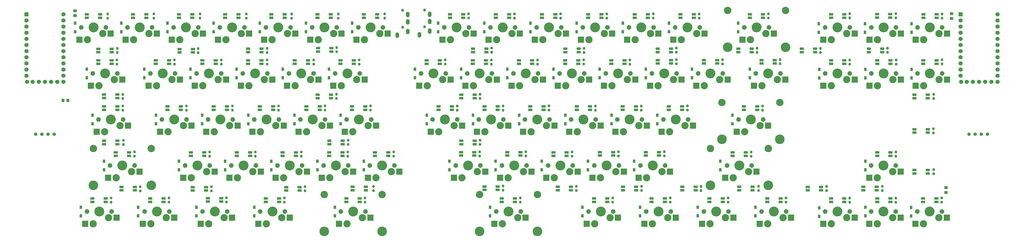
<source format=gbr>
G04 #@! TF.GenerationSoftware,KiCad,Pcbnew,(5.1.9)-1*
G04 #@! TF.CreationDate,2021-02-17T22:07:48-08:00*
G04 #@! TF.ProjectId,onigaku,6f6e6967-616b-4752-9e6b-696361645f70,rev?*
G04 #@! TF.SameCoordinates,Original*
G04 #@! TF.FileFunction,Soldermask,Bot*
G04 #@! TF.FilePolarity,Negative*
%FSLAX46Y46*%
G04 Gerber Fmt 4.6, Leading zero omitted, Abs format (unit mm)*
G04 Created by KiCad (PCBNEW (5.1.9)-1) date 2021-02-17 22:07:48*
%MOMM*%
%LPD*%
G01*
G04 APERTURE LIST*
%ADD10C,1.200000*%
%ADD11O,1.500000X2.300000*%
%ADD12R,1.700000X1.000000*%
%ADD13C,1.752600*%
%ADD14R,1.752600X1.752600*%
%ADD15R,2.550000X2.500000*%
%ADD16C,4.100000*%
%ADD17C,1.900000*%
%ADD18C,3.000000*%
%ADD19C,3.987800*%
%ADD20C,1.750000*%
%ADD21R,1.000000X1.400000*%
%ADD22C,1.397000*%
%ADD23C,3.048000*%
G04 APERTURE END LIST*
D10*
X170062000Y-22501000D03*
X170062000Y-29501000D03*
D11*
X172212000Y-24301000D03*
X172212000Y-27301000D03*
X172212000Y-31301000D03*
X167912000Y-32801000D03*
D10*
X179133500Y-22374000D03*
X179133500Y-29374000D03*
D11*
X181283500Y-24174000D03*
X181283500Y-27174000D03*
X181283500Y-31174000D03*
X176983500Y-32674000D03*
D12*
X59563000Y-95628000D03*
X59563000Y-97028000D03*
X54063000Y-95628000D03*
X54063000Y-97028000D03*
X50038000Y-38481000D03*
X50038000Y-39881000D03*
X44538000Y-38481000D03*
X44538000Y-39881000D03*
G36*
G01*
X61611500Y-96744500D02*
X62086500Y-96744500D01*
G75*
G02*
X62324000Y-96982000I0J-237500D01*
G01*
X62324000Y-97582000D01*
G75*
G02*
X62086500Y-97819500I-237500J0D01*
G01*
X61611500Y-97819500D01*
G75*
G02*
X61374000Y-97582000I0J237500D01*
G01*
X61374000Y-96982000D01*
G75*
G02*
X61611500Y-96744500I237500J0D01*
G01*
G37*
G36*
G01*
X61611500Y-95019500D02*
X62086500Y-95019500D01*
G75*
G02*
X62324000Y-95257000I0J-237500D01*
G01*
X62324000Y-95857000D01*
G75*
G02*
X62086500Y-96094500I-237500J0D01*
G01*
X61611500Y-96094500D01*
G75*
G02*
X61374000Y-95857000I0J237500D01*
G01*
X61374000Y-95257000D01*
G75*
G02*
X61611500Y-95019500I237500J0D01*
G01*
G37*
G36*
G01*
X52086500Y-39467500D02*
X52561500Y-39467500D01*
G75*
G02*
X52799000Y-39705000I0J-237500D01*
G01*
X52799000Y-40305000D01*
G75*
G02*
X52561500Y-40542500I-237500J0D01*
G01*
X52086500Y-40542500D01*
G75*
G02*
X51849000Y-40305000I0J237500D01*
G01*
X51849000Y-39705000D01*
G75*
G02*
X52086500Y-39467500I237500J0D01*
G01*
G37*
G36*
G01*
X52086500Y-37742500D02*
X52561500Y-37742500D01*
G75*
G02*
X52799000Y-37980000I0J-237500D01*
G01*
X52799000Y-38580000D01*
G75*
G02*
X52561500Y-38817500I-237500J0D01*
G01*
X52086500Y-38817500D01*
G75*
G02*
X51849000Y-38580000I0J237500D01*
G01*
X51849000Y-37980000D01*
G75*
G02*
X52086500Y-37742500I237500J0D01*
G01*
G37*
X386733500Y-57484000D03*
X386733500Y-58884000D03*
X381233500Y-57484000D03*
X381233500Y-58884000D03*
G36*
G01*
X388954000Y-58491000D02*
X389429000Y-58491000D01*
G75*
G02*
X389666500Y-58728500I0J-237500D01*
G01*
X389666500Y-59328500D01*
G75*
G02*
X389429000Y-59566000I-237500J0D01*
G01*
X388954000Y-59566000D01*
G75*
G02*
X388716500Y-59328500I0J237500D01*
G01*
X388716500Y-58728500D01*
G75*
G02*
X388954000Y-58491000I237500J0D01*
G01*
G37*
G36*
G01*
X388954000Y-56766000D02*
X389429000Y-56766000D01*
G75*
G02*
X389666500Y-57003500I0J-237500D01*
G01*
X389666500Y-57603500D01*
G75*
G02*
X389429000Y-57841000I-237500J0D01*
G01*
X388954000Y-57841000D01*
G75*
G02*
X388716500Y-57603500I0J237500D01*
G01*
X388716500Y-57003500D01*
G75*
G02*
X388954000Y-56766000I237500J0D01*
G01*
G37*
X365651500Y-95584000D03*
X365651500Y-96984000D03*
X360151500Y-95584000D03*
X360151500Y-96984000D03*
G36*
G01*
X367745000Y-96591000D02*
X368220000Y-96591000D01*
G75*
G02*
X368457500Y-96828500I0J-237500D01*
G01*
X368457500Y-97428500D01*
G75*
G02*
X368220000Y-97666000I-237500J0D01*
G01*
X367745000Y-97666000D01*
G75*
G02*
X367507500Y-97428500I0J237500D01*
G01*
X367507500Y-96828500D01*
G75*
G02*
X367745000Y-96591000I237500J0D01*
G01*
G37*
G36*
G01*
X367745000Y-94866000D02*
X368220000Y-94866000D01*
G75*
G02*
X368457500Y-95103500I0J-237500D01*
G01*
X368457500Y-95703500D01*
G75*
G02*
X368220000Y-95941000I-237500J0D01*
G01*
X367745000Y-95941000D01*
G75*
G02*
X367507500Y-95703500I0J237500D01*
G01*
X367507500Y-95103500D01*
G75*
G02*
X367745000Y-94866000I237500J0D01*
G01*
G37*
X342709500Y-95628000D03*
X342709500Y-97028000D03*
X337209500Y-95628000D03*
X337209500Y-97028000D03*
X386733500Y-88643000D03*
X386733500Y-90043000D03*
X381233500Y-88643000D03*
X381233500Y-90043000D03*
X386733500Y-71755000D03*
X386733500Y-73155000D03*
X381233500Y-71755000D03*
X381233500Y-73155000D03*
G36*
G01*
X344758000Y-96617500D02*
X345233000Y-96617500D01*
G75*
G02*
X345470500Y-96855000I0J-237500D01*
G01*
X345470500Y-97455000D01*
G75*
G02*
X345233000Y-97692500I-237500J0D01*
G01*
X344758000Y-97692500D01*
G75*
G02*
X344520500Y-97455000I0J237500D01*
G01*
X344520500Y-96855000D01*
G75*
G02*
X344758000Y-96617500I237500J0D01*
G01*
G37*
G36*
G01*
X344758000Y-94892500D02*
X345233000Y-94892500D01*
G75*
G02*
X345470500Y-95130000I0J-237500D01*
G01*
X345470500Y-95730000D01*
G75*
G02*
X345233000Y-95967500I-237500J0D01*
G01*
X344758000Y-95967500D01*
G75*
G02*
X344520500Y-95730000I0J237500D01*
G01*
X344520500Y-95130000D01*
G75*
G02*
X344758000Y-94892500I237500J0D01*
G01*
G37*
G36*
G01*
X388954000Y-89632500D02*
X389429000Y-89632500D01*
G75*
G02*
X389666500Y-89870000I0J-237500D01*
G01*
X389666500Y-90470000D01*
G75*
G02*
X389429000Y-90707500I-237500J0D01*
G01*
X388954000Y-90707500D01*
G75*
G02*
X388716500Y-90470000I0J237500D01*
G01*
X388716500Y-89870000D01*
G75*
G02*
X388954000Y-89632500I237500J0D01*
G01*
G37*
G36*
G01*
X388954000Y-87907500D02*
X389429000Y-87907500D01*
G75*
G02*
X389666500Y-88145000I0J-237500D01*
G01*
X389666500Y-88745000D01*
G75*
G02*
X389429000Y-88982500I-237500J0D01*
G01*
X388954000Y-88982500D01*
G75*
G02*
X388716500Y-88745000I0J237500D01*
G01*
X388716500Y-88145000D01*
G75*
G02*
X388954000Y-87907500I237500J0D01*
G01*
G37*
G36*
G01*
X388827000Y-72741500D02*
X389302000Y-72741500D01*
G75*
G02*
X389539500Y-72979000I0J-237500D01*
G01*
X389539500Y-73579000D01*
G75*
G02*
X389302000Y-73816500I-237500J0D01*
G01*
X388827000Y-73816500D01*
G75*
G02*
X388589500Y-73579000I0J237500D01*
G01*
X388589500Y-72979000D01*
G75*
G02*
X388827000Y-72741500I237500J0D01*
G01*
G37*
G36*
G01*
X388827000Y-71016500D02*
X389302000Y-71016500D01*
G75*
G02*
X389539500Y-71254000I0J-237500D01*
G01*
X389539500Y-71854000D01*
G75*
G02*
X389302000Y-72091500I-237500J0D01*
G01*
X388827000Y-72091500D01*
G75*
G02*
X388589500Y-71854000I0J237500D01*
G01*
X388589500Y-71254000D01*
G75*
G02*
X388827000Y-71016500I237500J0D01*
G01*
G37*
X314470500Y-95566000D03*
X314470500Y-96966000D03*
X308970500Y-95566000D03*
X308970500Y-96966000D03*
G36*
G01*
X316691000Y-96564500D02*
X317166000Y-96564500D01*
G75*
G02*
X317403500Y-96802000I0J-237500D01*
G01*
X317403500Y-97402000D01*
G75*
G02*
X317166000Y-97639500I-237500J0D01*
G01*
X316691000Y-97639500D01*
G75*
G02*
X316453500Y-97402000I0J237500D01*
G01*
X316453500Y-96802000D01*
G75*
G02*
X316691000Y-96564500I237500J0D01*
G01*
G37*
G36*
G01*
X316691000Y-94839500D02*
X317166000Y-94839500D01*
G75*
G02*
X317403500Y-95077000I0J-237500D01*
G01*
X317403500Y-95677000D01*
G75*
G02*
X317166000Y-95914500I-237500J0D01*
G01*
X316691000Y-95914500D01*
G75*
G02*
X316453500Y-95677000I0J237500D01*
G01*
X316453500Y-95077000D01*
G75*
G02*
X316691000Y-94839500I237500J0D01*
G01*
G37*
D13*
X17435000Y-52164000D03*
X19975000Y-52164000D03*
X22515000Y-52164000D03*
X25055000Y-52164000D03*
X27595000Y-52164000D03*
X30135000Y-24224000D03*
X15123600Y-52164000D03*
X30135000Y-26764000D03*
X30135000Y-29304000D03*
X30135000Y-31844000D03*
X30135000Y-34384000D03*
X30135000Y-36924000D03*
X30135000Y-39464000D03*
X30135000Y-42004000D03*
X30135000Y-44544000D03*
X30135000Y-47084000D03*
X30135000Y-49624000D03*
X30135000Y-52164000D03*
X14895000Y-49624000D03*
X14895000Y-47084000D03*
X14895000Y-44544000D03*
X14895000Y-42004000D03*
X14895000Y-39464000D03*
X14895000Y-36924000D03*
X14895000Y-34384000D03*
X14895000Y-31844000D03*
X14895000Y-29304000D03*
X14895000Y-26764000D03*
D14*
X14895000Y-24224000D03*
D15*
X130592500Y-89281000D03*
D16*
X123507500Y-86741000D03*
D17*
X118427500Y-86741000D03*
X128587500Y-86741000D03*
D15*
X117665500Y-91821000D03*
D18*
X127317500Y-89281000D03*
X120967500Y-91821000D03*
D19*
X49688750Y-67691000D03*
D20*
X54768750Y-67691000D03*
X44608750Y-67691000D03*
D15*
X56773750Y-70231000D03*
D16*
X49688750Y-67691000D03*
D17*
X44608750Y-67691000D03*
X54768750Y-67691000D03*
D15*
X43846750Y-72771000D03*
D18*
X53498750Y-70231000D03*
X47148750Y-72771000D03*
D15*
X54392500Y-51181000D03*
D16*
X47307500Y-48641000D03*
D17*
X42227500Y-48641000D03*
X52387500Y-48641000D03*
D15*
X41465500Y-53721000D03*
D18*
X51117500Y-51181000D03*
X44767500Y-53721000D03*
D12*
X111843000Y-38416000D03*
X111843000Y-39816000D03*
X106343000Y-38416000D03*
X106343000Y-39816000D03*
X127591000Y-95693000D03*
X127591000Y-97093000D03*
X122091000Y-95693000D03*
X122091000Y-97093000D03*
X340252500Y-38416000D03*
X340252500Y-39816000D03*
X334752500Y-38416000D03*
X334752500Y-39816000D03*
X154896000Y-95566000D03*
X154896000Y-96966000D03*
X149396000Y-95566000D03*
X149396000Y-96966000D03*
X199790500Y-76516000D03*
X199790500Y-77916000D03*
X194290500Y-76516000D03*
X194290500Y-77916000D03*
X140672000Y-38162000D03*
X140672000Y-39562000D03*
X135172000Y-38162000D03*
X135172000Y-39562000D03*
X280816500Y-38416000D03*
X280816500Y-39816000D03*
X275316500Y-38416000D03*
X275316500Y-39816000D03*
X242716500Y-38416000D03*
X242716500Y-39816000D03*
X237216500Y-38416000D03*
X237216500Y-39816000D03*
X204616500Y-38416000D03*
X204616500Y-39816000D03*
X199116500Y-38416000D03*
X199116500Y-39816000D03*
X88983000Y-95693000D03*
X88983000Y-97093000D03*
X83483000Y-95693000D03*
X83483000Y-97093000D03*
X290976500Y-95566000D03*
X290976500Y-96966000D03*
X285476500Y-95566000D03*
X285476500Y-96966000D03*
X266465500Y-95566000D03*
X266465500Y-96966000D03*
X260965500Y-95566000D03*
X260965500Y-96966000D03*
X52407000Y-57401000D03*
X52407000Y-58801000D03*
X46907000Y-57401000D03*
X46907000Y-58801000D03*
X199790500Y-57466000D03*
X199790500Y-58866000D03*
X194290500Y-57466000D03*
X194290500Y-58866000D03*
X145371000Y-76516000D03*
X145371000Y-77916000D03*
X139871000Y-76516000D03*
X139871000Y-77916000D03*
X52407000Y-76516000D03*
X52407000Y-77916000D03*
X46907000Y-76516000D03*
X46907000Y-77916000D03*
X239541500Y-95566000D03*
X239541500Y-96966000D03*
X234041500Y-95566000D03*
X234041500Y-96966000D03*
X209315500Y-95439000D03*
X209315500Y-96839000D03*
X203815500Y-95439000D03*
X203815500Y-96839000D03*
X367938500Y-38416000D03*
X367938500Y-39816000D03*
X362438500Y-38416000D03*
X362438500Y-39816000D03*
X140545000Y-57466000D03*
X140545000Y-58866000D03*
X135045000Y-57466000D03*
X135045000Y-58866000D03*
X83522000Y-38543000D03*
X83522000Y-39943000D03*
X78022000Y-38543000D03*
X78022000Y-39943000D03*
X314090500Y-38416000D03*
X314090500Y-39816000D03*
X308590500Y-38416000D03*
X308590500Y-39816000D03*
D21*
X379920500Y-107696000D03*
X379920500Y-104146000D03*
X360997500Y-107569000D03*
X360997500Y-104019000D03*
X341947500Y-107823000D03*
X341947500Y-104273000D03*
X360997500Y-88519000D03*
X360997500Y-84969000D03*
X380047500Y-50546000D03*
X380047500Y-46996000D03*
X360997500Y-50546000D03*
X360997500Y-46996000D03*
X341947500Y-50546000D03*
X341947500Y-46996000D03*
X380047500Y-31623000D03*
X380047500Y-28073000D03*
X360870500Y-31623000D03*
X360870500Y-28073000D03*
X341820500Y-31623000D03*
X341820500Y-28073000D03*
G36*
G01*
X354283000Y-101443500D02*
X354758000Y-101443500D01*
G75*
G02*
X354995500Y-101681000I0J-237500D01*
G01*
X354995500Y-102281000D01*
G75*
G02*
X354758000Y-102518500I-237500J0D01*
G01*
X354283000Y-102518500D01*
G75*
G02*
X354045500Y-102281000I0J237500D01*
G01*
X354045500Y-101681000D01*
G75*
G02*
X354283000Y-101443500I237500J0D01*
G01*
G37*
G36*
G01*
X354283000Y-99718500D02*
X354758000Y-99718500D01*
G75*
G02*
X354995500Y-99956000I0J-237500D01*
G01*
X354995500Y-100556000D01*
G75*
G02*
X354758000Y-100793500I-237500J0D01*
G01*
X354283000Y-100793500D01*
G75*
G02*
X354045500Y-100556000I0J237500D01*
G01*
X354045500Y-99956000D01*
G75*
G02*
X354283000Y-99718500I237500J0D01*
G01*
G37*
G36*
G01*
X373333000Y-82367000D02*
X373808000Y-82367000D01*
G75*
G02*
X374045500Y-82604500I0J-237500D01*
G01*
X374045500Y-83204500D01*
G75*
G02*
X373808000Y-83442000I-237500J0D01*
G01*
X373333000Y-83442000D01*
G75*
G02*
X373095500Y-83204500I0J237500D01*
G01*
X373095500Y-82604500D01*
G75*
G02*
X373333000Y-82367000I237500J0D01*
G01*
G37*
G36*
G01*
X373333000Y-80642000D02*
X373808000Y-80642000D01*
G75*
G02*
X374045500Y-80879500I0J-237500D01*
G01*
X374045500Y-81479500D01*
G75*
G02*
X373808000Y-81717000I-237500J0D01*
G01*
X373333000Y-81717000D01*
G75*
G02*
X373095500Y-81479500I0J237500D01*
G01*
X373095500Y-80879500D01*
G75*
G02*
X373333000Y-80642000I237500J0D01*
G01*
G37*
G36*
G01*
X392383000Y-44166500D02*
X392858000Y-44166500D01*
G75*
G02*
X393095500Y-44404000I0J-237500D01*
G01*
X393095500Y-45004000D01*
G75*
G02*
X392858000Y-45241500I-237500J0D01*
G01*
X392383000Y-45241500D01*
G75*
G02*
X392145500Y-45004000I0J237500D01*
G01*
X392145500Y-44404000D01*
G75*
G02*
X392383000Y-44166500I237500J0D01*
G01*
G37*
G36*
G01*
X392383000Y-42441500D02*
X392858000Y-42441500D01*
G75*
G02*
X393095500Y-42679000I0J-237500D01*
G01*
X393095500Y-43279000D01*
G75*
G02*
X392858000Y-43516500I-237500J0D01*
G01*
X392383000Y-43516500D01*
G75*
G02*
X392145500Y-43279000I0J237500D01*
G01*
X392145500Y-42679000D01*
G75*
G02*
X392383000Y-42441500I237500J0D01*
G01*
G37*
G36*
G01*
X373460000Y-44267000D02*
X373935000Y-44267000D01*
G75*
G02*
X374172500Y-44504500I0J-237500D01*
G01*
X374172500Y-45104500D01*
G75*
G02*
X373935000Y-45342000I-237500J0D01*
G01*
X373460000Y-45342000D01*
G75*
G02*
X373222500Y-45104500I0J237500D01*
G01*
X373222500Y-44504500D01*
G75*
G02*
X373460000Y-44267000I237500J0D01*
G01*
G37*
G36*
G01*
X373460000Y-42542000D02*
X373935000Y-42542000D01*
G75*
G02*
X374172500Y-42779500I0J-237500D01*
G01*
X374172500Y-43379500D01*
G75*
G02*
X373935000Y-43617000I-237500J0D01*
G01*
X373460000Y-43617000D01*
G75*
G02*
X373222500Y-43379500I0J237500D01*
G01*
X373222500Y-42779500D01*
G75*
G02*
X373460000Y-42542000I237500J0D01*
G01*
G37*
G36*
G01*
X354283000Y-44293500D02*
X354758000Y-44293500D01*
G75*
G02*
X354995500Y-44531000I0J-237500D01*
G01*
X354995500Y-45131000D01*
G75*
G02*
X354758000Y-45368500I-237500J0D01*
G01*
X354283000Y-45368500D01*
G75*
G02*
X354045500Y-45131000I0J237500D01*
G01*
X354045500Y-44531000D01*
G75*
G02*
X354283000Y-44293500I237500J0D01*
G01*
G37*
G36*
G01*
X354283000Y-42568500D02*
X354758000Y-42568500D01*
G75*
G02*
X354995500Y-42806000I0J-237500D01*
G01*
X354995500Y-43406000D01*
G75*
G02*
X354758000Y-43643500I-237500J0D01*
G01*
X354283000Y-43643500D01*
G75*
G02*
X354045500Y-43406000I0J237500D01*
G01*
X354045500Y-42806000D01*
G75*
G02*
X354283000Y-42568500I237500J0D01*
G01*
G37*
G36*
G01*
X392383000Y-25243500D02*
X392858000Y-25243500D01*
G75*
G02*
X393095500Y-25481000I0J-237500D01*
G01*
X393095500Y-26081000D01*
G75*
G02*
X392858000Y-26318500I-237500J0D01*
G01*
X392383000Y-26318500D01*
G75*
G02*
X392145500Y-26081000I0J237500D01*
G01*
X392145500Y-25481000D01*
G75*
G02*
X392383000Y-25243500I237500J0D01*
G01*
G37*
G36*
G01*
X392383000Y-23518500D02*
X392858000Y-23518500D01*
G75*
G02*
X393095500Y-23756000I0J-237500D01*
G01*
X393095500Y-24356000D01*
G75*
G02*
X392858000Y-24593500I-237500J0D01*
G01*
X392383000Y-24593500D01*
G75*
G02*
X392145500Y-24356000I0J237500D01*
G01*
X392145500Y-23756000D01*
G75*
G02*
X392383000Y-23518500I237500J0D01*
G01*
G37*
G36*
G01*
X373333000Y-25116500D02*
X373808000Y-25116500D01*
G75*
G02*
X374045500Y-25354000I0J-237500D01*
G01*
X374045500Y-25954000D01*
G75*
G02*
X373808000Y-26191500I-237500J0D01*
G01*
X373333000Y-26191500D01*
G75*
G02*
X373095500Y-25954000I0J237500D01*
G01*
X373095500Y-25354000D01*
G75*
G02*
X373333000Y-25116500I237500J0D01*
G01*
G37*
G36*
G01*
X373333000Y-23391500D02*
X373808000Y-23391500D01*
G75*
G02*
X374045500Y-23629000I0J-237500D01*
G01*
X374045500Y-24229000D01*
G75*
G02*
X373808000Y-24466500I-237500J0D01*
G01*
X373333000Y-24466500D01*
G75*
G02*
X373095500Y-24229000I0J237500D01*
G01*
X373095500Y-23629000D01*
G75*
G02*
X373333000Y-23391500I237500J0D01*
G01*
G37*
G36*
G01*
X354283000Y-25116500D02*
X354758000Y-25116500D01*
G75*
G02*
X354995500Y-25354000I0J-237500D01*
G01*
X354995500Y-25954000D01*
G75*
G02*
X354758000Y-26191500I-237500J0D01*
G01*
X354283000Y-26191500D01*
G75*
G02*
X354045500Y-25954000I0J237500D01*
G01*
X354045500Y-25354000D01*
G75*
G02*
X354283000Y-25116500I237500J0D01*
G01*
G37*
G36*
G01*
X354283000Y-23391500D02*
X354758000Y-23391500D01*
G75*
G02*
X354995500Y-23629000I0J-237500D01*
G01*
X354995500Y-24229000D01*
G75*
G02*
X354758000Y-24466500I-237500J0D01*
G01*
X354283000Y-24466500D01*
G75*
G02*
X354045500Y-24229000I0J237500D01*
G01*
X354045500Y-23629000D01*
G75*
G02*
X354283000Y-23391500I237500J0D01*
G01*
G37*
D12*
X390290500Y-100392000D03*
X390290500Y-101792000D03*
X384790500Y-100392000D03*
X384790500Y-101792000D03*
X371367500Y-100392000D03*
X371367500Y-101792000D03*
X365867500Y-100392000D03*
X365867500Y-101792000D03*
X352317500Y-100392000D03*
X352317500Y-101792000D03*
X346817500Y-100392000D03*
X346817500Y-101792000D03*
X371367500Y-81342000D03*
X371367500Y-82742000D03*
X365867500Y-81342000D03*
X365867500Y-82742000D03*
X390373500Y-43242000D03*
X390373500Y-44642000D03*
X384873500Y-43242000D03*
X384873500Y-44642000D03*
X371367500Y-43242000D03*
X371367500Y-44642000D03*
X365867500Y-43242000D03*
X365867500Y-44642000D03*
X352317500Y-43242000D03*
X352317500Y-44642000D03*
X346817500Y-43242000D03*
X346817500Y-44642000D03*
X390417500Y-24192000D03*
X390417500Y-25592000D03*
X384917500Y-24192000D03*
X384917500Y-25592000D03*
X371284500Y-24127000D03*
X371284500Y-25527000D03*
X365784500Y-24127000D03*
X365784500Y-25527000D03*
X352317500Y-24192000D03*
X352317500Y-25592000D03*
X346817500Y-24192000D03*
X346817500Y-25592000D03*
D15*
X394625500Y-108331000D03*
D16*
X387540500Y-105791000D03*
D17*
X382460500Y-105791000D03*
X392620500Y-105791000D03*
D15*
X381698500Y-110871000D03*
D18*
X391350500Y-108331000D03*
X385000500Y-110871000D03*
D15*
X375575500Y-108331000D03*
D16*
X368490500Y-105791000D03*
D17*
X363410500Y-105791000D03*
X373570500Y-105791000D03*
D15*
X362648500Y-110871000D03*
D18*
X372300500Y-108331000D03*
X365950500Y-110871000D03*
D15*
X356556500Y-108331000D03*
D16*
X349471500Y-105791000D03*
D17*
X344391500Y-105791000D03*
X354551500Y-105791000D03*
D15*
X343629500Y-110871000D03*
D18*
X353281500Y-108331000D03*
X346931500Y-110871000D03*
D15*
X375575500Y-89281000D03*
D16*
X368490500Y-86741000D03*
D17*
X363410500Y-86741000D03*
X373570500Y-86741000D03*
D15*
X362648500Y-91821000D03*
D18*
X372300500Y-89281000D03*
X365950500Y-91821000D03*
D15*
X394689000Y-51181000D03*
D16*
X387604000Y-48641000D03*
D17*
X382524000Y-48641000D03*
X392684000Y-48641000D03*
D15*
X381762000Y-53721000D03*
D18*
X391414000Y-51181000D03*
X385064000Y-53721000D03*
D15*
X375639000Y-51181000D03*
D16*
X368554000Y-48641000D03*
D17*
X363474000Y-48641000D03*
X373634000Y-48641000D03*
D15*
X362712000Y-53721000D03*
D18*
X372364000Y-51181000D03*
X366014000Y-53721000D03*
D15*
X356556500Y-51181000D03*
D16*
X349471500Y-48641000D03*
D17*
X344391500Y-48641000D03*
X354551500Y-48641000D03*
D15*
X343629500Y-53721000D03*
D18*
X353281500Y-51181000D03*
X346931500Y-53721000D03*
D15*
X394689000Y-32131000D03*
D16*
X387604000Y-29591000D03*
D17*
X382524000Y-29591000D03*
X392684000Y-29591000D03*
D15*
X381762000Y-34671000D03*
D18*
X391414000Y-32131000D03*
X385064000Y-34671000D03*
D15*
X375639000Y-32131000D03*
D16*
X368554000Y-29591000D03*
D17*
X363474000Y-29591000D03*
X373634000Y-29591000D03*
D15*
X362712000Y-34671000D03*
D18*
X372364000Y-32131000D03*
X366014000Y-34671000D03*
D15*
X356556500Y-32131000D03*
D16*
X349471500Y-29591000D03*
D17*
X344391500Y-29591000D03*
X354551500Y-29591000D03*
D15*
X343629500Y-34671000D03*
D18*
X353281500Y-32131000D03*
X346931500Y-34671000D03*
G36*
G01*
X392256000Y-101390500D02*
X392731000Y-101390500D01*
G75*
G02*
X392968500Y-101628000I0J-237500D01*
G01*
X392968500Y-102228000D01*
G75*
G02*
X392731000Y-102465500I-237500J0D01*
G01*
X392256000Y-102465500D01*
G75*
G02*
X392018500Y-102228000I0J237500D01*
G01*
X392018500Y-101628000D01*
G75*
G02*
X392256000Y-101390500I237500J0D01*
G01*
G37*
G36*
G01*
X392256000Y-99665500D02*
X392731000Y-99665500D01*
G75*
G02*
X392968500Y-99903000I0J-237500D01*
G01*
X392968500Y-100503000D01*
G75*
G02*
X392731000Y-100740500I-237500J0D01*
G01*
X392256000Y-100740500D01*
G75*
G02*
X392018500Y-100503000I0J237500D01*
G01*
X392018500Y-99903000D01*
G75*
G02*
X392256000Y-99665500I237500J0D01*
G01*
G37*
G36*
G01*
X373333000Y-101443500D02*
X373808000Y-101443500D01*
G75*
G02*
X374045500Y-101681000I0J-237500D01*
G01*
X374045500Y-102281000D01*
G75*
G02*
X373808000Y-102518500I-237500J0D01*
G01*
X373333000Y-102518500D01*
G75*
G02*
X373095500Y-102281000I0J237500D01*
G01*
X373095500Y-101681000D01*
G75*
G02*
X373333000Y-101443500I237500J0D01*
G01*
G37*
G36*
G01*
X373333000Y-99718500D02*
X373808000Y-99718500D01*
G75*
G02*
X374045500Y-99956000I0J-237500D01*
G01*
X374045500Y-100556000D01*
G75*
G02*
X373808000Y-100793500I-237500J0D01*
G01*
X373333000Y-100793500D01*
G75*
G02*
X373095500Y-100556000I0J237500D01*
G01*
X373095500Y-99956000D01*
G75*
G02*
X373333000Y-99718500I237500J0D01*
G01*
G37*
D15*
X121067500Y-70231000D03*
D16*
X113982500Y-67691000D03*
D17*
X108902500Y-67691000D03*
X119062500Y-67691000D03*
D15*
X108140500Y-72771000D03*
D18*
X117792500Y-70231000D03*
X111442500Y-72771000D03*
D22*
X18669000Y-73787000D03*
X21209000Y-73787000D03*
X23749000Y-73787000D03*
X26289000Y-73787000D03*
D19*
X54451250Y-86741000D03*
D20*
X49371250Y-86741000D03*
X59531250Y-86741000D03*
D23*
X42513250Y-79756000D03*
X66389250Y-79756000D03*
D19*
X42513250Y-94996000D03*
X66389250Y-94996000D03*
D15*
X61536250Y-89281000D03*
D16*
X54451250Y-86741000D03*
D17*
X49371250Y-86741000D03*
X59531250Y-86741000D03*
D15*
X48609250Y-91821000D03*
D18*
X58261250Y-89281000D03*
X51911250Y-91821000D03*
D15*
X49630000Y-32131000D03*
D16*
X42545000Y-29591000D03*
D17*
X37465000Y-29591000D03*
X47625000Y-29591000D03*
D15*
X36703000Y-34671000D03*
D18*
X46355000Y-32131000D03*
X40005000Y-34671000D03*
D19*
X275653500Y-105791000D03*
D20*
X270573500Y-105791000D03*
X280733500Y-105791000D03*
D15*
X282738500Y-108331000D03*
D16*
X275653500Y-105791000D03*
D17*
X270573500Y-105791000D03*
X280733500Y-105791000D03*
D15*
X269811500Y-110871000D03*
D18*
X279463500Y-108331000D03*
X273113500Y-110871000D03*
D15*
X270832250Y-70231000D03*
D16*
X263747250Y-67691000D03*
D17*
X258667250Y-67691000D03*
X268827250Y-67691000D03*
D15*
X257905250Y-72771000D03*
D18*
X267557250Y-70231000D03*
X261207250Y-72771000D03*
D15*
X199394750Y-32131000D03*
D16*
X192309750Y-29591000D03*
D17*
X187229750Y-29591000D03*
X197389750Y-29591000D03*
D15*
X186467750Y-34671000D03*
D18*
X196119750Y-32131000D03*
X189769750Y-34671000D03*
D19*
X316134750Y-29591000D03*
D20*
X311054750Y-29591000D03*
X321214750Y-29591000D03*
D23*
X304196750Y-22606000D03*
X328072750Y-22606000D03*
D19*
X304196750Y-37846000D03*
X328072750Y-37846000D03*
D15*
X323219750Y-32131000D03*
D16*
X316134750Y-29591000D03*
D17*
X311054750Y-29591000D03*
X321214750Y-29591000D03*
D15*
X310292750Y-34671000D03*
D18*
X319944750Y-32131000D03*
X313594750Y-34671000D03*
G36*
G01*
X31372000Y-60267001D02*
X31372000Y-59366999D01*
G75*
G02*
X31621999Y-59117000I249999J0D01*
G01*
X32322001Y-59117000D01*
G75*
G02*
X32572000Y-59366999I0J-249999D01*
G01*
X32572000Y-60267001D01*
G75*
G02*
X32322001Y-60517000I-249999J0D01*
G01*
X31621999Y-60517000D01*
G75*
G02*
X31372000Y-60267001I0J249999D01*
G01*
G37*
G36*
G01*
X29372000Y-60267001D02*
X29372000Y-59366999D01*
G75*
G02*
X29621999Y-59117000I249999J0D01*
G01*
X30322001Y-59117000D01*
G75*
G02*
X30572000Y-59366999I0J-249999D01*
G01*
X30572000Y-60267001D01*
G75*
G02*
X30322001Y-60517000I-249999J0D01*
G01*
X29621999Y-60517000D01*
G75*
G02*
X29372000Y-60267001I0J249999D01*
G01*
G37*
G36*
G01*
X206582000Y-39340500D02*
X207057000Y-39340500D01*
G75*
G02*
X207294500Y-39578000I0J-237500D01*
G01*
X207294500Y-40178000D01*
G75*
G02*
X207057000Y-40415500I-237500J0D01*
G01*
X206582000Y-40415500D01*
G75*
G02*
X206344500Y-40178000I0J237500D01*
G01*
X206344500Y-39578000D01*
G75*
G02*
X206582000Y-39340500I237500J0D01*
G01*
G37*
G36*
G01*
X206582000Y-37615500D02*
X207057000Y-37615500D01*
G75*
G02*
X207294500Y-37853000I0J-237500D01*
G01*
X207294500Y-38453000D01*
G75*
G02*
X207057000Y-38690500I-237500J0D01*
G01*
X206582000Y-38690500D01*
G75*
G02*
X206344500Y-38453000I0J237500D01*
G01*
X206344500Y-37853000D01*
G75*
G02*
X206582000Y-37615500I237500J0D01*
G01*
G37*
G36*
G01*
X128507500Y-81717000D02*
X128032500Y-81717000D01*
G75*
G02*
X127795000Y-81479500I0J237500D01*
G01*
X127795000Y-80879500D01*
G75*
G02*
X128032500Y-80642000I237500J0D01*
G01*
X128507500Y-80642000D01*
G75*
G02*
X128745000Y-80879500I0J-237500D01*
G01*
X128745000Y-81479500D01*
G75*
G02*
X128507500Y-81717000I-237500J0D01*
G01*
G37*
G36*
G01*
X128507500Y-83442000D02*
X128032500Y-83442000D01*
G75*
G02*
X127795000Y-83204500I0J237500D01*
G01*
X127795000Y-82604500D01*
G75*
G02*
X128032500Y-82367000I237500J0D01*
G01*
X128507500Y-82367000D01*
G75*
G02*
X128745000Y-82604500I0J-237500D01*
G01*
X128745000Y-83204500D01*
G75*
G02*
X128507500Y-83442000I-237500J0D01*
G01*
G37*
G36*
G01*
X119109500Y-62667000D02*
X118634500Y-62667000D01*
G75*
G02*
X118397000Y-62429500I0J237500D01*
G01*
X118397000Y-61829500D01*
G75*
G02*
X118634500Y-61592000I237500J0D01*
G01*
X119109500Y-61592000D01*
G75*
G02*
X119347000Y-61829500I0J-237500D01*
G01*
X119347000Y-62429500D01*
G75*
G02*
X119109500Y-62667000I-237500J0D01*
G01*
G37*
G36*
G01*
X119109500Y-64392000D02*
X118634500Y-64392000D01*
G75*
G02*
X118397000Y-64154500I0J237500D01*
G01*
X118397000Y-63554500D01*
G75*
G02*
X118634500Y-63317000I237500J0D01*
G01*
X119109500Y-63317000D01*
G75*
G02*
X119347000Y-63554500I0J-237500D01*
G01*
X119347000Y-64154500D01*
G75*
G02*
X119109500Y-64392000I-237500J0D01*
G01*
G37*
G36*
G01*
X301832000Y-44166500D02*
X302307000Y-44166500D01*
G75*
G02*
X302544500Y-44404000I0J-237500D01*
G01*
X302544500Y-45004000D01*
G75*
G02*
X302307000Y-45241500I-237500J0D01*
G01*
X301832000Y-45241500D01*
G75*
G02*
X301594500Y-45004000I0J237500D01*
G01*
X301594500Y-44404000D01*
G75*
G02*
X301832000Y-44166500I237500J0D01*
G01*
G37*
G36*
G01*
X301832000Y-42441500D02*
X302307000Y-42441500D01*
G75*
G02*
X302544500Y-42679000I0J-237500D01*
G01*
X302544500Y-43279000D01*
G75*
G02*
X302307000Y-43516500I-237500J0D01*
G01*
X301832000Y-43516500D01*
G75*
G02*
X301594500Y-43279000I0J237500D01*
G01*
X301594500Y-42679000D01*
G75*
G02*
X301832000Y-42441500I237500J0D01*
G01*
G37*
G36*
G01*
X97646500Y-100666500D02*
X97171500Y-100666500D01*
G75*
G02*
X96934000Y-100429000I0J237500D01*
G01*
X96934000Y-99829000D01*
G75*
G02*
X97171500Y-99591500I237500J0D01*
G01*
X97646500Y-99591500D01*
G75*
G02*
X97884000Y-99829000I0J-237500D01*
G01*
X97884000Y-100429000D01*
G75*
G02*
X97646500Y-100666500I-237500J0D01*
G01*
G37*
G36*
G01*
X97646500Y-102391500D02*
X97171500Y-102391500D01*
G75*
G02*
X96934000Y-102154000I0J237500D01*
G01*
X96934000Y-101554000D01*
G75*
G02*
X97171500Y-101316500I237500J0D01*
G01*
X97646500Y-101316500D01*
G75*
G02*
X97884000Y-101554000I0J-237500D01*
G01*
X97884000Y-102154000D01*
G75*
G02*
X97646500Y-102391500I-237500J0D01*
G01*
G37*
G36*
G01*
X154321500Y-101390500D02*
X154796500Y-101390500D01*
G75*
G02*
X155034000Y-101628000I0J-237500D01*
G01*
X155034000Y-102228000D01*
G75*
G02*
X154796500Y-102465500I-237500J0D01*
G01*
X154321500Y-102465500D01*
G75*
G02*
X154084000Y-102228000I0J237500D01*
G01*
X154084000Y-101628000D01*
G75*
G02*
X154321500Y-101390500I237500J0D01*
G01*
G37*
G36*
G01*
X154321500Y-99665500D02*
X154796500Y-99665500D01*
G75*
G02*
X155034000Y-99903000I0J-237500D01*
G01*
X155034000Y-100503000D01*
G75*
G02*
X154796500Y-100740500I-237500J0D01*
G01*
X154321500Y-100740500D01*
G75*
G02*
X154084000Y-100503000I0J237500D01*
G01*
X154084000Y-99903000D01*
G75*
G02*
X154321500Y-99665500I237500J0D01*
G01*
G37*
G36*
G01*
X121522500Y-100740500D02*
X121047500Y-100740500D01*
G75*
G02*
X120810000Y-100503000I0J237500D01*
G01*
X120810000Y-99903000D01*
G75*
G02*
X121047500Y-99665500I237500J0D01*
G01*
X121522500Y-99665500D01*
G75*
G02*
X121760000Y-99903000I0J-237500D01*
G01*
X121760000Y-100503000D01*
G75*
G02*
X121522500Y-100740500I-237500J0D01*
G01*
G37*
G36*
G01*
X121522500Y-102465500D02*
X121047500Y-102465500D01*
G75*
G02*
X120810000Y-102228000I0J237500D01*
G01*
X120810000Y-101628000D01*
G75*
G02*
X121047500Y-101390500I237500J0D01*
G01*
X121522500Y-101390500D01*
G75*
G02*
X121760000Y-101628000I0J-237500D01*
G01*
X121760000Y-102228000D01*
G75*
G02*
X121522500Y-102465500I-237500J0D01*
G01*
G37*
G36*
G01*
X73897500Y-100740500D02*
X73422500Y-100740500D01*
G75*
G02*
X73185000Y-100503000I0J237500D01*
G01*
X73185000Y-99903000D01*
G75*
G02*
X73422500Y-99665500I237500J0D01*
G01*
X73897500Y-99665500D01*
G75*
G02*
X74135000Y-99903000I0J-237500D01*
G01*
X74135000Y-100503000D01*
G75*
G02*
X73897500Y-100740500I-237500J0D01*
G01*
G37*
G36*
G01*
X73897500Y-102465500D02*
X73422500Y-102465500D01*
G75*
G02*
X73185000Y-102228000I0J237500D01*
G01*
X73185000Y-101628000D01*
G75*
G02*
X73422500Y-101390500I237500J0D01*
G01*
X73897500Y-101390500D01*
G75*
G02*
X74135000Y-101628000I0J-237500D01*
G01*
X74135000Y-102228000D01*
G75*
G02*
X73897500Y-102465500I-237500J0D01*
G01*
G37*
G36*
G01*
X218393000Y-101390500D02*
X218868000Y-101390500D01*
G75*
G02*
X219105500Y-101628000I0J-237500D01*
G01*
X219105500Y-102228000D01*
G75*
G02*
X218868000Y-102465500I-237500J0D01*
G01*
X218393000Y-102465500D01*
G75*
G02*
X218155500Y-102228000I0J237500D01*
G01*
X218155500Y-101628000D01*
G75*
G02*
X218393000Y-101390500I237500J0D01*
G01*
G37*
G36*
G01*
X218393000Y-99665500D02*
X218868000Y-99665500D01*
G75*
G02*
X219105500Y-99903000I0J-237500D01*
G01*
X219105500Y-100503000D01*
G75*
G02*
X218868000Y-100740500I-237500J0D01*
G01*
X218393000Y-100740500D01*
G75*
G02*
X218155500Y-100503000I0J237500D01*
G01*
X218155500Y-99903000D01*
G75*
G02*
X218393000Y-99665500I237500J0D01*
G01*
G37*
G36*
G01*
X109584500Y-81717000D02*
X109109500Y-81717000D01*
G75*
G02*
X108872000Y-81479500I0J237500D01*
G01*
X108872000Y-80879500D01*
G75*
G02*
X109109500Y-80642000I237500J0D01*
G01*
X109584500Y-80642000D01*
G75*
G02*
X109822000Y-80879500I0J-237500D01*
G01*
X109822000Y-81479500D01*
G75*
G02*
X109584500Y-81717000I-237500J0D01*
G01*
G37*
G36*
G01*
X109584500Y-83442000D02*
X109109500Y-83442000D01*
G75*
G02*
X108872000Y-83204500I0J237500D01*
G01*
X108872000Y-82604500D01*
G75*
G02*
X109109500Y-82367000I237500J0D01*
G01*
X109584500Y-82367000D01*
G75*
G02*
X109822000Y-82604500I0J-237500D01*
G01*
X109822000Y-83204500D01*
G75*
G02*
X109584500Y-83442000I-237500J0D01*
G01*
G37*
G36*
G01*
X147684500Y-81717000D02*
X147209500Y-81717000D01*
G75*
G02*
X146972000Y-81479500I0J237500D01*
G01*
X146972000Y-80879500D01*
G75*
G02*
X147209500Y-80642000I237500J0D01*
G01*
X147684500Y-80642000D01*
G75*
G02*
X147922000Y-80879500I0J-237500D01*
G01*
X147922000Y-81479500D01*
G75*
G02*
X147684500Y-81717000I-237500J0D01*
G01*
G37*
G36*
G01*
X147684500Y-83442000D02*
X147209500Y-83442000D01*
G75*
G02*
X146972000Y-83204500I0J237500D01*
G01*
X146972000Y-82604500D01*
G75*
G02*
X147209500Y-82367000I237500J0D01*
G01*
X147684500Y-82367000D01*
G75*
G02*
X147922000Y-82604500I0J-237500D01*
G01*
X147922000Y-83204500D01*
G75*
G02*
X147684500Y-83442000I-237500J0D01*
G01*
G37*
G36*
G01*
X278304000Y-81590000D02*
X277829000Y-81590000D01*
G75*
G02*
X277591500Y-81352500I0J237500D01*
G01*
X277591500Y-80752500D01*
G75*
G02*
X277829000Y-80515000I237500J0D01*
G01*
X278304000Y-80515000D01*
G75*
G02*
X278541500Y-80752500I0J-237500D01*
G01*
X278541500Y-81352500D01*
G75*
G02*
X278304000Y-81590000I-237500J0D01*
G01*
G37*
G36*
G01*
X278304000Y-83315000D02*
X277829000Y-83315000D01*
G75*
G02*
X277591500Y-83077500I0J237500D01*
G01*
X277591500Y-82477500D01*
G75*
G02*
X277829000Y-82240000I237500J0D01*
G01*
X278304000Y-82240000D01*
G75*
G02*
X278541500Y-82477500I0J-237500D01*
G01*
X278541500Y-83077500D01*
G75*
G02*
X278304000Y-83315000I-237500J0D01*
G01*
G37*
G36*
G01*
X239729000Y-82340500D02*
X240204000Y-82340500D01*
G75*
G02*
X240441500Y-82578000I0J-237500D01*
G01*
X240441500Y-83178000D01*
G75*
G02*
X240204000Y-83415500I-237500J0D01*
G01*
X239729000Y-83415500D01*
G75*
G02*
X239491500Y-83178000I0J237500D01*
G01*
X239491500Y-82578000D01*
G75*
G02*
X239729000Y-82340500I237500J0D01*
G01*
G37*
G36*
G01*
X239729000Y-80615500D02*
X240204000Y-80615500D01*
G75*
G02*
X240441500Y-80853000I0J-237500D01*
G01*
X240441500Y-81453000D01*
G75*
G02*
X240204000Y-81690500I-237500J0D01*
G01*
X239729000Y-81690500D01*
G75*
G02*
X239491500Y-81453000I0J237500D01*
G01*
X239491500Y-80853000D01*
G75*
G02*
X239729000Y-80615500I237500J0D01*
G01*
G37*
G36*
G01*
X201629000Y-82266500D02*
X202104000Y-82266500D01*
G75*
G02*
X202341500Y-82504000I0J-237500D01*
G01*
X202341500Y-83104000D01*
G75*
G02*
X202104000Y-83341500I-237500J0D01*
G01*
X201629000Y-83341500D01*
G75*
G02*
X201391500Y-83104000I0J237500D01*
G01*
X201391500Y-82504000D01*
G75*
G02*
X201629000Y-82266500I237500J0D01*
G01*
G37*
G36*
G01*
X201629000Y-80541500D02*
X202104000Y-80541500D01*
G75*
G02*
X202341500Y-80779000I0J-237500D01*
G01*
X202341500Y-81379000D01*
G75*
G02*
X202104000Y-81616500I-237500J0D01*
G01*
X201629000Y-81616500D01*
G75*
G02*
X201391500Y-81379000I0J237500D01*
G01*
X201391500Y-80779000D01*
G75*
G02*
X201629000Y-80541500I237500J0D01*
G01*
G37*
G36*
G01*
X138286500Y-62640500D02*
X137811500Y-62640500D01*
G75*
G02*
X137574000Y-62403000I0J237500D01*
G01*
X137574000Y-61803000D01*
G75*
G02*
X137811500Y-61565500I237500J0D01*
G01*
X138286500Y-61565500D01*
G75*
G02*
X138524000Y-61803000I0J-237500D01*
G01*
X138524000Y-62403000D01*
G75*
G02*
X138286500Y-62640500I-237500J0D01*
G01*
G37*
G36*
G01*
X138286500Y-64365500D02*
X137811500Y-64365500D01*
G75*
G02*
X137574000Y-64128000I0J237500D01*
G01*
X137574000Y-63528000D01*
G75*
G02*
X137811500Y-63290500I237500J0D01*
G01*
X138286500Y-63290500D01*
G75*
G02*
X138524000Y-63528000I0J-237500D01*
G01*
X138524000Y-64128000D01*
G75*
G02*
X138286500Y-64365500I-237500J0D01*
G01*
G37*
G36*
G01*
X100059500Y-62667000D02*
X99584500Y-62667000D01*
G75*
G02*
X99347000Y-62429500I0J237500D01*
G01*
X99347000Y-61829500D01*
G75*
G02*
X99584500Y-61592000I237500J0D01*
G01*
X100059500Y-61592000D01*
G75*
G02*
X100297000Y-61829500I0J-237500D01*
G01*
X100297000Y-62429500D01*
G75*
G02*
X100059500Y-62667000I-237500J0D01*
G01*
G37*
G36*
G01*
X100059500Y-64392000D02*
X99584500Y-64392000D01*
G75*
G02*
X99347000Y-64154500I0J237500D01*
G01*
X99347000Y-63554500D01*
G75*
G02*
X99584500Y-63317000I237500J0D01*
G01*
X100059500Y-63317000D01*
G75*
G02*
X100297000Y-63554500I0J-237500D01*
G01*
X100297000Y-64154500D01*
G75*
G02*
X100059500Y-64392000I-237500J0D01*
G01*
G37*
G36*
G01*
X54847500Y-62667000D02*
X54372500Y-62667000D01*
G75*
G02*
X54135000Y-62429500I0J237500D01*
G01*
X54135000Y-61829500D01*
G75*
G02*
X54372500Y-61592000I237500J0D01*
G01*
X54847500Y-61592000D01*
G75*
G02*
X55085000Y-61829500I0J-237500D01*
G01*
X55085000Y-62429500D01*
G75*
G02*
X54847500Y-62667000I-237500J0D01*
G01*
G37*
G36*
G01*
X54847500Y-64392000D02*
X54372500Y-64392000D01*
G75*
G02*
X54135000Y-64154500I0J237500D01*
G01*
X54135000Y-63554500D01*
G75*
G02*
X54372500Y-63317000I237500J0D01*
G01*
X54847500Y-63317000D01*
G75*
G02*
X55085000Y-63554500I0J-237500D01*
G01*
X55085000Y-64154500D01*
G75*
G02*
X54847500Y-64392000I-237500J0D01*
G01*
G37*
G36*
G01*
X268779000Y-62693500D02*
X268304000Y-62693500D01*
G75*
G02*
X268066500Y-62456000I0J237500D01*
G01*
X268066500Y-61856000D01*
G75*
G02*
X268304000Y-61618500I237500J0D01*
G01*
X268779000Y-61618500D01*
G75*
G02*
X269016500Y-61856000I0J-237500D01*
G01*
X269016500Y-62456000D01*
G75*
G02*
X268779000Y-62693500I-237500J0D01*
G01*
G37*
G36*
G01*
X268779000Y-64418500D02*
X268304000Y-64418500D01*
G75*
G02*
X268066500Y-64181000I0J237500D01*
G01*
X268066500Y-63581000D01*
G75*
G02*
X268304000Y-63343500I237500J0D01*
G01*
X268779000Y-63343500D01*
G75*
G02*
X269016500Y-63581000I0J-237500D01*
G01*
X269016500Y-64181000D01*
G75*
G02*
X268779000Y-64418500I-237500J0D01*
G01*
G37*
G36*
G01*
X249856000Y-62693500D02*
X249381000Y-62693500D01*
G75*
G02*
X249143500Y-62456000I0J237500D01*
G01*
X249143500Y-61856000D01*
G75*
G02*
X249381000Y-61618500I237500J0D01*
G01*
X249856000Y-61618500D01*
G75*
G02*
X250093500Y-61856000I0J-237500D01*
G01*
X250093500Y-62456000D01*
G75*
G02*
X249856000Y-62693500I-237500J0D01*
G01*
G37*
G36*
G01*
X249856000Y-64418500D02*
X249381000Y-64418500D01*
G75*
G02*
X249143500Y-64181000I0J237500D01*
G01*
X249143500Y-63581000D01*
G75*
G02*
X249381000Y-63343500I237500J0D01*
G01*
X249856000Y-63343500D01*
G75*
G02*
X250093500Y-63581000I0J-237500D01*
G01*
X250093500Y-64181000D01*
G75*
G02*
X249856000Y-64418500I-237500J0D01*
G01*
G37*
G36*
G01*
X230204000Y-63290500D02*
X230679000Y-63290500D01*
G75*
G02*
X230916500Y-63528000I0J-237500D01*
G01*
X230916500Y-64128000D01*
G75*
G02*
X230679000Y-64365500I-237500J0D01*
G01*
X230204000Y-64365500D01*
G75*
G02*
X229966500Y-64128000I0J237500D01*
G01*
X229966500Y-63528000D01*
G75*
G02*
X230204000Y-63290500I237500J0D01*
G01*
G37*
G36*
G01*
X230204000Y-61565500D02*
X230679000Y-61565500D01*
G75*
G02*
X230916500Y-61803000I0J-237500D01*
G01*
X230916500Y-62403000D01*
G75*
G02*
X230679000Y-62640500I-237500J0D01*
G01*
X230204000Y-62640500D01*
G75*
G02*
X229966500Y-62403000I0J237500D01*
G01*
X229966500Y-61803000D01*
G75*
G02*
X230204000Y-61565500I237500J0D01*
G01*
G37*
G36*
G01*
X192358000Y-63343500D02*
X192833000Y-63343500D01*
G75*
G02*
X193070500Y-63581000I0J-237500D01*
G01*
X193070500Y-64181000D01*
G75*
G02*
X192833000Y-64418500I-237500J0D01*
G01*
X192358000Y-64418500D01*
G75*
G02*
X192120500Y-64181000I0J237500D01*
G01*
X192120500Y-63581000D01*
G75*
G02*
X192358000Y-63343500I237500J0D01*
G01*
G37*
G36*
G01*
X192358000Y-61618500D02*
X192833000Y-61618500D01*
G75*
G02*
X193070500Y-61856000I0J-237500D01*
G01*
X193070500Y-62456000D01*
G75*
G02*
X192833000Y-62693500I-237500J0D01*
G01*
X192358000Y-62693500D01*
G75*
G02*
X192120500Y-62456000I0J237500D01*
G01*
X192120500Y-61856000D01*
G75*
G02*
X192358000Y-61618500I237500J0D01*
G01*
G37*
G36*
G01*
X133112500Y-44293500D02*
X133587500Y-44293500D01*
G75*
G02*
X133825000Y-44531000I0J-237500D01*
G01*
X133825000Y-45131000D01*
G75*
G02*
X133587500Y-45368500I-237500J0D01*
G01*
X133112500Y-45368500D01*
G75*
G02*
X132875000Y-45131000I0J237500D01*
G01*
X132875000Y-44531000D01*
G75*
G02*
X133112500Y-44293500I237500J0D01*
G01*
G37*
G36*
G01*
X133112500Y-42568500D02*
X133587500Y-42568500D01*
G75*
G02*
X133825000Y-42806000I0J-237500D01*
G01*
X133825000Y-43406000D01*
G75*
G02*
X133587500Y-43643500I-237500J0D01*
G01*
X133112500Y-43643500D01*
G75*
G02*
X132875000Y-43406000I0J237500D01*
G01*
X132875000Y-42806000D01*
G75*
G02*
X133112500Y-42568500I237500J0D01*
G01*
G37*
G36*
G01*
X151908500Y-44267000D02*
X152383500Y-44267000D01*
G75*
G02*
X152621000Y-44504500I0J-237500D01*
G01*
X152621000Y-45104500D01*
G75*
G02*
X152383500Y-45342000I-237500J0D01*
G01*
X151908500Y-45342000D01*
G75*
G02*
X151671000Y-45104500I0J237500D01*
G01*
X151671000Y-44504500D01*
G75*
G02*
X151908500Y-44267000I237500J0D01*
G01*
G37*
G36*
G01*
X151908500Y-42542000D02*
X152383500Y-42542000D01*
G75*
G02*
X152621000Y-42779500I0J-237500D01*
G01*
X152621000Y-43379500D01*
G75*
G02*
X152383500Y-43617000I-237500J0D01*
G01*
X151908500Y-43617000D01*
G75*
G02*
X151671000Y-43379500I0J237500D01*
G01*
X151671000Y-42779500D01*
G75*
G02*
X151908500Y-42542000I237500J0D01*
G01*
G37*
G36*
G01*
X283257000Y-43490000D02*
X282782000Y-43490000D01*
G75*
G02*
X282544500Y-43252500I0J237500D01*
G01*
X282544500Y-42652500D01*
G75*
G02*
X282782000Y-42415000I237500J0D01*
G01*
X283257000Y-42415000D01*
G75*
G02*
X283494500Y-42652500I0J-237500D01*
G01*
X283494500Y-43252500D01*
G75*
G02*
X283257000Y-43490000I-237500J0D01*
G01*
G37*
G36*
G01*
X283257000Y-45215000D02*
X282782000Y-45215000D01*
G75*
G02*
X282544500Y-44977500I0J237500D01*
G01*
X282544500Y-44377500D01*
G75*
G02*
X282782000Y-44140000I237500J0D01*
G01*
X283257000Y-44140000D01*
G75*
G02*
X283494500Y-44377500I0J-237500D01*
G01*
X283494500Y-44977500D01*
G75*
G02*
X283257000Y-45215000I-237500J0D01*
G01*
G37*
G36*
G01*
X263605000Y-44293500D02*
X264080000Y-44293500D01*
G75*
G02*
X264317500Y-44531000I0J-237500D01*
G01*
X264317500Y-45131000D01*
G75*
G02*
X264080000Y-45368500I-237500J0D01*
G01*
X263605000Y-45368500D01*
G75*
G02*
X263367500Y-45131000I0J237500D01*
G01*
X263367500Y-44531000D01*
G75*
G02*
X263605000Y-44293500I237500J0D01*
G01*
G37*
G36*
G01*
X263605000Y-42568500D02*
X264080000Y-42568500D01*
G75*
G02*
X264317500Y-42806000I0J-237500D01*
G01*
X264317500Y-43406000D01*
G75*
G02*
X264080000Y-43643500I-237500J0D01*
G01*
X263605000Y-43643500D01*
G75*
G02*
X263367500Y-43406000I0J237500D01*
G01*
X263367500Y-42806000D01*
G75*
G02*
X263605000Y-42568500I237500J0D01*
G01*
G37*
G36*
G01*
X206930000Y-43643500D02*
X206455000Y-43643500D01*
G75*
G02*
X206217500Y-43406000I0J237500D01*
G01*
X206217500Y-42806000D01*
G75*
G02*
X206455000Y-42568500I237500J0D01*
G01*
X206930000Y-42568500D01*
G75*
G02*
X207167500Y-42806000I0J-237500D01*
G01*
X207167500Y-43406000D01*
G75*
G02*
X206930000Y-43643500I-237500J0D01*
G01*
G37*
G36*
G01*
X206930000Y-45368500D02*
X206455000Y-45368500D01*
G75*
G02*
X206217500Y-45131000I0J237500D01*
G01*
X206217500Y-44531000D01*
G75*
G02*
X206455000Y-44293500I237500J0D01*
G01*
X206930000Y-44293500D01*
G75*
G02*
X207167500Y-44531000I0J-237500D01*
G01*
X207167500Y-45131000D01*
G75*
G02*
X206930000Y-45368500I-237500J0D01*
G01*
G37*
G36*
G01*
X86724500Y-24567000D02*
X86249500Y-24567000D01*
G75*
G02*
X86012000Y-24329500I0J237500D01*
G01*
X86012000Y-23729500D01*
G75*
G02*
X86249500Y-23492000I237500J0D01*
G01*
X86724500Y-23492000D01*
G75*
G02*
X86962000Y-23729500I0J-237500D01*
G01*
X86962000Y-24329500D01*
G75*
G02*
X86724500Y-24567000I-237500J0D01*
G01*
G37*
G36*
G01*
X86724500Y-26292000D02*
X86249500Y-26292000D01*
G75*
G02*
X86012000Y-26054500I0J237500D01*
G01*
X86012000Y-25454500D01*
G75*
G02*
X86249500Y-25217000I237500J0D01*
G01*
X86724500Y-25217000D01*
G75*
G02*
X86962000Y-25454500I0J-237500D01*
G01*
X86962000Y-26054500D01*
G75*
G02*
X86724500Y-26292000I-237500J0D01*
G01*
G37*
G36*
G01*
X105838000Y-24593500D02*
X105363000Y-24593500D01*
G75*
G02*
X105125500Y-24356000I0J237500D01*
G01*
X105125500Y-23756000D01*
G75*
G02*
X105363000Y-23518500I237500J0D01*
G01*
X105838000Y-23518500D01*
G75*
G02*
X106075500Y-23756000I0J-237500D01*
G01*
X106075500Y-24356000D01*
G75*
G02*
X105838000Y-24593500I-237500J0D01*
G01*
G37*
G36*
G01*
X105838000Y-26318500D02*
X105363000Y-26318500D01*
G75*
G02*
X105125500Y-26081000I0J237500D01*
G01*
X105125500Y-25481000D01*
G75*
G02*
X105363000Y-25243500I237500J0D01*
G01*
X105838000Y-25243500D01*
G75*
G02*
X106075500Y-25481000I0J-237500D01*
G01*
X106075500Y-26081000D01*
G75*
G02*
X105838000Y-26318500I-237500J0D01*
G01*
G37*
G36*
G01*
X216455000Y-24567000D02*
X215980000Y-24567000D01*
G75*
G02*
X215742500Y-24329500I0J237500D01*
G01*
X215742500Y-23729500D01*
G75*
G02*
X215980000Y-23492000I237500J0D01*
G01*
X216455000Y-23492000D01*
G75*
G02*
X216692500Y-23729500I0J-237500D01*
G01*
X216692500Y-24329500D01*
G75*
G02*
X216455000Y-24567000I-237500J0D01*
G01*
G37*
G36*
G01*
X216455000Y-26292000D02*
X215980000Y-26292000D01*
G75*
G02*
X215742500Y-26054500I0J237500D01*
G01*
X215742500Y-25454500D01*
G75*
G02*
X215980000Y-25217000I237500J0D01*
G01*
X216455000Y-25217000D01*
G75*
G02*
X216692500Y-25454500I0J-237500D01*
G01*
X216692500Y-26054500D01*
G75*
G02*
X216455000Y-26292000I-237500J0D01*
G01*
G37*
G36*
G01*
X197532000Y-24540500D02*
X197057000Y-24540500D01*
G75*
G02*
X196819500Y-24303000I0J237500D01*
G01*
X196819500Y-23703000D01*
G75*
G02*
X197057000Y-23465500I237500J0D01*
G01*
X197532000Y-23465500D01*
G75*
G02*
X197769500Y-23703000I0J-237500D01*
G01*
X197769500Y-24303000D01*
G75*
G02*
X197532000Y-24540500I-237500J0D01*
G01*
G37*
G36*
G01*
X197532000Y-26265500D02*
X197057000Y-26265500D01*
G75*
G02*
X196819500Y-26028000I0J237500D01*
G01*
X196819500Y-25428000D01*
G75*
G02*
X197057000Y-25190500I237500J0D01*
G01*
X197532000Y-25190500D01*
G75*
G02*
X197769500Y-25428000I0J-237500D01*
G01*
X197769500Y-26028000D01*
G75*
G02*
X197532000Y-26265500I-237500J0D01*
G01*
G37*
G36*
G01*
X129556500Y-96691500D02*
X130031500Y-96691500D01*
G75*
G02*
X130269000Y-96929000I0J-237500D01*
G01*
X130269000Y-97529000D01*
G75*
G02*
X130031500Y-97766500I-237500J0D01*
G01*
X129556500Y-97766500D01*
G75*
G02*
X129319000Y-97529000I0J237500D01*
G01*
X129319000Y-96929000D01*
G75*
G02*
X129556500Y-96691500I237500J0D01*
G01*
G37*
G36*
G01*
X129556500Y-94966500D02*
X130031500Y-94966500D01*
G75*
G02*
X130269000Y-95204000I0J-237500D01*
G01*
X130269000Y-95804000D01*
G75*
G02*
X130031500Y-96041500I-237500J0D01*
G01*
X129556500Y-96041500D01*
G75*
G02*
X129319000Y-95804000I0J237500D01*
G01*
X129319000Y-95204000D01*
G75*
G02*
X129556500Y-94966500I237500J0D01*
G01*
G37*
G36*
G01*
X157814000Y-96617500D02*
X158289000Y-96617500D01*
G75*
G02*
X158526500Y-96855000I0J-237500D01*
G01*
X158526500Y-97455000D01*
G75*
G02*
X158289000Y-97692500I-237500J0D01*
G01*
X157814000Y-97692500D01*
G75*
G02*
X157576500Y-97455000I0J237500D01*
G01*
X157576500Y-96855000D01*
G75*
G02*
X157814000Y-96617500I237500J0D01*
G01*
G37*
G36*
G01*
X157814000Y-94892500D02*
X158289000Y-94892500D01*
G75*
G02*
X158526500Y-95130000I0J-237500D01*
G01*
X158526500Y-95730000D01*
G75*
G02*
X158289000Y-95967500I-237500J0D01*
G01*
X157814000Y-95967500D01*
G75*
G02*
X157576500Y-95730000I0J237500D01*
G01*
X157576500Y-95130000D01*
G75*
G02*
X157814000Y-94892500I237500J0D01*
G01*
G37*
G36*
G01*
X147336500Y-77514500D02*
X147811500Y-77514500D01*
G75*
G02*
X148049000Y-77752000I0J-237500D01*
G01*
X148049000Y-78352000D01*
G75*
G02*
X147811500Y-78589500I-237500J0D01*
G01*
X147336500Y-78589500D01*
G75*
G02*
X147099000Y-78352000I0J237500D01*
G01*
X147099000Y-77752000D01*
G75*
G02*
X147336500Y-77514500I237500J0D01*
G01*
G37*
G36*
G01*
X147336500Y-75789500D02*
X147811500Y-75789500D01*
G75*
G02*
X148049000Y-76027000I0J-237500D01*
G01*
X148049000Y-76627000D01*
G75*
G02*
X147811500Y-76864500I-237500J0D01*
G01*
X147336500Y-76864500D01*
G75*
G02*
X147099000Y-76627000I0J237500D01*
G01*
X147099000Y-76027000D01*
G75*
G02*
X147336500Y-75789500I237500J0D01*
G01*
G37*
G36*
G01*
X54626500Y-77541000D02*
X55101500Y-77541000D01*
G75*
G02*
X55339000Y-77778500I0J-237500D01*
G01*
X55339000Y-78378500D01*
G75*
G02*
X55101500Y-78616000I-237500J0D01*
G01*
X54626500Y-78616000D01*
G75*
G02*
X54389000Y-78378500I0J237500D01*
G01*
X54389000Y-77778500D01*
G75*
G02*
X54626500Y-77541000I237500J0D01*
G01*
G37*
G36*
G01*
X54626500Y-75816000D02*
X55101500Y-75816000D01*
G75*
G02*
X55339000Y-76053500I0J-237500D01*
G01*
X55339000Y-76653500D01*
G75*
G02*
X55101500Y-76891000I-237500J0D01*
G01*
X54626500Y-76891000D01*
G75*
G02*
X54389000Y-76653500I0J237500D01*
G01*
X54389000Y-76053500D01*
G75*
G02*
X54626500Y-75816000I237500J0D01*
G01*
G37*
G36*
G01*
X54372500Y-58517500D02*
X54847500Y-58517500D01*
G75*
G02*
X55085000Y-58755000I0J-237500D01*
G01*
X55085000Y-59355000D01*
G75*
G02*
X54847500Y-59592500I-237500J0D01*
G01*
X54372500Y-59592500D01*
G75*
G02*
X54135000Y-59355000I0J237500D01*
G01*
X54135000Y-58755000D01*
G75*
G02*
X54372500Y-58517500I237500J0D01*
G01*
G37*
G36*
G01*
X54372500Y-56792500D02*
X54847500Y-56792500D01*
G75*
G02*
X55085000Y-57030000I0J-237500D01*
G01*
X55085000Y-57630000D01*
G75*
G02*
X54847500Y-57867500I-237500J0D01*
G01*
X54372500Y-57867500D01*
G75*
G02*
X54135000Y-57630000I0J237500D01*
G01*
X54135000Y-57030000D01*
G75*
G02*
X54372500Y-56792500I237500J0D01*
G01*
G37*
G36*
G01*
X142510500Y-58464500D02*
X142985500Y-58464500D01*
G75*
G02*
X143223000Y-58702000I0J-237500D01*
G01*
X143223000Y-59302000D01*
G75*
G02*
X142985500Y-59539500I-237500J0D01*
G01*
X142510500Y-59539500D01*
G75*
G02*
X142273000Y-59302000I0J237500D01*
G01*
X142273000Y-58702000D01*
G75*
G02*
X142510500Y-58464500I237500J0D01*
G01*
G37*
G36*
G01*
X142510500Y-56739500D02*
X142985500Y-56739500D01*
G75*
G02*
X143223000Y-56977000I0J-237500D01*
G01*
X143223000Y-57577000D01*
G75*
G02*
X142985500Y-57814500I-237500J0D01*
G01*
X142510500Y-57814500D01*
G75*
G02*
X142273000Y-57577000I0J237500D01*
G01*
X142273000Y-56977000D01*
G75*
G02*
X142510500Y-56739500I237500J0D01*
G01*
G37*
G36*
G01*
X342218000Y-39467500D02*
X342693000Y-39467500D01*
G75*
G02*
X342930500Y-39705000I0J-237500D01*
G01*
X342930500Y-40305000D01*
G75*
G02*
X342693000Y-40542500I-237500J0D01*
G01*
X342218000Y-40542500D01*
G75*
G02*
X341980500Y-40305000I0J237500D01*
G01*
X341980500Y-39705000D01*
G75*
G02*
X342218000Y-39467500I237500J0D01*
G01*
G37*
G36*
G01*
X342218000Y-37742500D02*
X342693000Y-37742500D01*
G75*
G02*
X342930500Y-37980000I0J-237500D01*
G01*
X342930500Y-38580000D01*
G75*
G02*
X342693000Y-38817500I-237500J0D01*
G01*
X342218000Y-38817500D01*
G75*
G02*
X341980500Y-38580000I0J237500D01*
G01*
X341980500Y-37980000D01*
G75*
G02*
X342218000Y-37742500I237500J0D01*
G01*
G37*
G36*
G01*
X316056000Y-39414500D02*
X316531000Y-39414500D01*
G75*
G02*
X316768500Y-39652000I0J-237500D01*
G01*
X316768500Y-40252000D01*
G75*
G02*
X316531000Y-40489500I-237500J0D01*
G01*
X316056000Y-40489500D01*
G75*
G02*
X315818500Y-40252000I0J237500D01*
G01*
X315818500Y-39652000D01*
G75*
G02*
X316056000Y-39414500I237500J0D01*
G01*
G37*
G36*
G01*
X316056000Y-37689500D02*
X316531000Y-37689500D01*
G75*
G02*
X316768500Y-37927000I0J-237500D01*
G01*
X316768500Y-38527000D01*
G75*
G02*
X316531000Y-38764500I-237500J0D01*
G01*
X316056000Y-38764500D01*
G75*
G02*
X315818500Y-38527000I0J237500D01*
G01*
X315818500Y-37927000D01*
G75*
G02*
X316056000Y-37689500I237500J0D01*
G01*
G37*
G36*
G01*
X282782000Y-39340500D02*
X283257000Y-39340500D01*
G75*
G02*
X283494500Y-39578000I0J-237500D01*
G01*
X283494500Y-40178000D01*
G75*
G02*
X283257000Y-40415500I-237500J0D01*
G01*
X282782000Y-40415500D01*
G75*
G02*
X282544500Y-40178000I0J237500D01*
G01*
X282544500Y-39578000D01*
G75*
G02*
X282782000Y-39340500I237500J0D01*
G01*
G37*
G36*
G01*
X282782000Y-37615500D02*
X283257000Y-37615500D01*
G75*
G02*
X283494500Y-37853000I0J-237500D01*
G01*
X283494500Y-38453000D01*
G75*
G02*
X283257000Y-38690500I-237500J0D01*
G01*
X282782000Y-38690500D01*
G75*
G02*
X282544500Y-38453000I0J237500D01*
G01*
X282544500Y-37853000D01*
G75*
G02*
X282782000Y-37615500I237500J0D01*
G01*
G37*
G36*
G01*
X244682000Y-39467500D02*
X245157000Y-39467500D01*
G75*
G02*
X245394500Y-39705000I0J-237500D01*
G01*
X245394500Y-40305000D01*
G75*
G02*
X245157000Y-40542500I-237500J0D01*
G01*
X244682000Y-40542500D01*
G75*
G02*
X244444500Y-40305000I0J237500D01*
G01*
X244444500Y-39705000D01*
G75*
G02*
X244682000Y-39467500I237500J0D01*
G01*
G37*
G36*
G01*
X244682000Y-37742500D02*
X245157000Y-37742500D01*
G75*
G02*
X245394500Y-37980000I0J-237500D01*
G01*
X245394500Y-38580000D01*
G75*
G02*
X245157000Y-38817500I-237500J0D01*
G01*
X244682000Y-38817500D01*
G75*
G02*
X244444500Y-38580000I0J237500D01*
G01*
X244444500Y-37980000D01*
G75*
G02*
X244682000Y-37742500I237500J0D01*
G01*
G37*
D19*
X313753500Y-67691000D03*
D20*
X308673500Y-67691000D03*
X318833500Y-67691000D03*
D23*
X301815500Y-60706000D03*
X325691500Y-60706000D03*
D19*
X301815500Y-75946000D03*
X325691500Y-75946000D03*
D15*
X320838500Y-70231000D03*
D16*
X313753500Y-67691000D03*
D17*
X308673500Y-67691000D03*
X318833500Y-67691000D03*
D15*
X307911500Y-72771000D03*
D18*
X317563500Y-70231000D03*
X311213500Y-72771000D03*
D15*
X327982250Y-51181000D03*
D16*
X320897250Y-48641000D03*
D17*
X315817250Y-48641000D03*
X325977250Y-48641000D03*
D15*
X315055250Y-53721000D03*
D18*
X324707250Y-51181000D03*
X318357250Y-53721000D03*
D19*
X149701250Y-105791000D03*
D20*
X144621250Y-105791000D03*
X154781250Y-105791000D03*
D23*
X137763250Y-98806000D03*
X161639250Y-98806000D03*
D19*
X137763250Y-114046000D03*
X161639250Y-114046000D03*
D15*
X156786250Y-108331000D03*
D16*
X149701250Y-105791000D03*
D17*
X144621250Y-105791000D03*
X154781250Y-105791000D03*
D15*
X143859250Y-110871000D03*
D18*
X153511250Y-108331000D03*
X147161250Y-110871000D03*
D22*
X403744500Y-73787000D03*
X406284500Y-73787000D03*
X408824500Y-73787000D03*
X411364500Y-73787000D03*
D12*
X326028500Y-100392000D03*
X326028500Y-101792000D03*
X320528500Y-100392000D03*
X320528500Y-101792000D03*
X302152500Y-100392000D03*
X302152500Y-101792000D03*
X296652500Y-100392000D03*
X296652500Y-101792000D03*
X278276500Y-100392000D03*
X278276500Y-101792000D03*
X272776500Y-100392000D03*
X272776500Y-101792000D03*
X254527500Y-100392000D03*
X254527500Y-101792000D03*
X249027500Y-100392000D03*
X249027500Y-101792000D03*
X164167000Y-81342000D03*
X164167000Y-82742000D03*
X158667000Y-81342000D03*
X158667000Y-82742000D03*
X126067000Y-81342000D03*
X126067000Y-82742000D03*
X120567000Y-81342000D03*
X120567000Y-82742000D03*
X57233000Y-81342000D03*
X57233000Y-82742000D03*
X51733000Y-81342000D03*
X51733000Y-82742000D03*
X311677500Y-81342000D03*
X311677500Y-82742000D03*
X306177500Y-81342000D03*
X306177500Y-82742000D03*
X237763500Y-81342000D03*
X237763500Y-82742000D03*
X232263500Y-81342000D03*
X232263500Y-82742000D03*
X199663500Y-81215000D03*
X199663500Y-82615000D03*
X194163500Y-81215000D03*
X194163500Y-82615000D03*
X316376500Y-62292000D03*
X316376500Y-63692000D03*
X310876500Y-62292000D03*
X310876500Y-63692000D03*
X285388500Y-62292000D03*
X285388500Y-63692000D03*
X279888500Y-62292000D03*
X279888500Y-63692000D03*
X266338500Y-62292000D03*
X266338500Y-63692000D03*
X260838500Y-62292000D03*
X260838500Y-63692000D03*
X247415500Y-62292000D03*
X247415500Y-63692000D03*
X241915500Y-62292000D03*
X241915500Y-63692000D03*
X228238500Y-62292000D03*
X228238500Y-63692000D03*
X222738500Y-62292000D03*
X222738500Y-63692000D03*
X209315500Y-62292000D03*
X209315500Y-63692000D03*
X203815500Y-62292000D03*
X203815500Y-63692000D03*
X190392500Y-62292000D03*
X190392500Y-63692000D03*
X184892500Y-62292000D03*
X184892500Y-63692000D03*
X323615500Y-43115000D03*
X323615500Y-44515000D03*
X318115500Y-43115000D03*
X318115500Y-44515000D03*
X299866500Y-43115000D03*
X299866500Y-44515000D03*
X294366500Y-43115000D03*
X294366500Y-44515000D03*
X204489500Y-43242000D03*
X204489500Y-44642000D03*
X198989500Y-43242000D03*
X198989500Y-44642000D03*
X185439500Y-43242000D03*
X185439500Y-44642000D03*
X179939500Y-43242000D03*
X179939500Y-44642000D03*
X159595000Y-24192000D03*
X159595000Y-25592000D03*
X154095000Y-24192000D03*
X154095000Y-25592000D03*
X64345000Y-24192000D03*
X64345000Y-25592000D03*
X58845000Y-24192000D03*
X58845000Y-25592000D03*
X45295000Y-24192000D03*
X45295000Y-25592000D03*
X39795000Y-24192000D03*
X39795000Y-25592000D03*
X233064500Y-24192000D03*
X233064500Y-25592000D03*
X227564500Y-24192000D03*
X227564500Y-25592000D03*
X195091500Y-24192000D03*
X195091500Y-25592000D03*
X189591500Y-24192000D03*
X189591500Y-25592000D03*
D19*
X116427250Y-105791000D03*
D20*
X111347250Y-105791000D03*
X121507250Y-105791000D03*
D15*
X123512250Y-108331000D03*
D16*
X116427250Y-105791000D03*
D17*
X111347250Y-105791000D03*
X121507250Y-105791000D03*
D15*
X110585250Y-110871000D03*
D18*
X120237250Y-108331000D03*
X113887250Y-110871000D03*
D19*
X92614750Y-105791000D03*
D20*
X87534750Y-105791000D03*
X97694750Y-105791000D03*
D15*
X99699750Y-108331000D03*
D16*
X92614750Y-105791000D03*
D17*
X87534750Y-105791000D03*
X97694750Y-105791000D03*
D15*
X86772750Y-110871000D03*
D18*
X96424750Y-108331000D03*
X90074750Y-110871000D03*
D19*
X68738750Y-105791000D03*
D20*
X63658750Y-105791000D03*
X73818750Y-105791000D03*
D15*
X75823750Y-108331000D03*
D16*
X68738750Y-105791000D03*
D17*
X63658750Y-105791000D03*
X73818750Y-105791000D03*
D15*
X62896750Y-110871000D03*
D18*
X72548750Y-108331000D03*
X66198750Y-110871000D03*
D19*
X44926250Y-105791000D03*
D20*
X39846250Y-105791000D03*
X50006250Y-105791000D03*
D15*
X52011250Y-108331000D03*
D16*
X44926250Y-105791000D03*
D17*
X39846250Y-105791000D03*
X50006250Y-105791000D03*
D15*
X39084250Y-110871000D03*
D18*
X48736250Y-108331000D03*
X42386250Y-110871000D03*
D19*
X323278500Y-105791000D03*
D20*
X318198500Y-105791000D03*
X328358500Y-105791000D03*
D15*
X330363500Y-108331000D03*
D16*
X323278500Y-105791000D03*
D17*
X318198500Y-105791000D03*
X328358500Y-105791000D03*
D15*
X317436500Y-110871000D03*
D18*
X327088500Y-108331000D03*
X320738500Y-110871000D03*
D19*
X299466000Y-105791000D03*
D20*
X294386000Y-105791000D03*
X304546000Y-105791000D03*
D15*
X306551000Y-108331000D03*
D16*
X299466000Y-105791000D03*
D17*
X294386000Y-105791000D03*
X304546000Y-105791000D03*
D15*
X293624000Y-110871000D03*
D18*
X303276000Y-108331000D03*
X296926000Y-110871000D03*
D15*
X168692500Y-89281000D03*
D16*
X161607500Y-86741000D03*
D17*
X156527500Y-86741000D03*
X166687500Y-86741000D03*
D15*
X155765500Y-91821000D03*
D18*
X165417500Y-89281000D03*
X159067500Y-91821000D03*
D15*
X149642500Y-89281000D03*
D16*
X142557500Y-86741000D03*
D17*
X137477500Y-86741000D03*
X147637500Y-86741000D03*
D15*
X136715500Y-91821000D03*
D18*
X146367500Y-89281000D03*
X140017500Y-91821000D03*
D15*
X280357250Y-89281000D03*
D16*
X273272250Y-86741000D03*
D17*
X268192250Y-86741000D03*
X278352250Y-86741000D03*
D15*
X267430250Y-91821000D03*
D18*
X277082250Y-89281000D03*
X270732250Y-91821000D03*
D15*
X261307250Y-89281000D03*
D16*
X254222250Y-86741000D03*
D17*
X249142250Y-86741000D03*
X259302250Y-86741000D03*
D15*
X248380250Y-91821000D03*
D18*
X258032250Y-89281000D03*
X251682250Y-91821000D03*
D15*
X223207250Y-89281000D03*
D16*
X216122250Y-86741000D03*
D17*
X211042250Y-86741000D03*
X221202250Y-86741000D03*
D15*
X210280250Y-91821000D03*
D18*
X219932250Y-89281000D03*
X213582250Y-91821000D03*
D15*
X204157250Y-89281000D03*
D16*
X197072250Y-86741000D03*
D17*
X191992250Y-86741000D03*
X202152250Y-86741000D03*
D15*
X191230250Y-91821000D03*
D18*
X200882250Y-89281000D03*
X194532250Y-91821000D03*
D15*
X159167500Y-70231000D03*
D16*
X152082500Y-67691000D03*
D17*
X147002500Y-67691000D03*
X157162500Y-67691000D03*
D15*
X146240500Y-72771000D03*
D18*
X155892500Y-70231000D03*
X149542500Y-72771000D03*
D15*
X140117500Y-70231000D03*
D16*
X133032500Y-67691000D03*
D17*
X127952500Y-67691000D03*
X138112500Y-67691000D03*
D15*
X127190500Y-72771000D03*
D18*
X136842500Y-70231000D03*
X130492500Y-72771000D03*
D15*
X102017500Y-70231000D03*
D16*
X94932500Y-67691000D03*
D17*
X89852500Y-67691000D03*
X100012500Y-67691000D03*
D15*
X89090500Y-72771000D03*
D18*
X98742500Y-70231000D03*
X92392500Y-72771000D03*
D15*
X82967500Y-70231000D03*
D16*
X75882500Y-67691000D03*
D17*
X70802500Y-67691000D03*
X80962500Y-67691000D03*
D15*
X70040500Y-72771000D03*
D18*
X79692500Y-70231000D03*
X73342500Y-72771000D03*
D15*
X289882250Y-70231000D03*
D16*
X282797250Y-67691000D03*
D17*
X277717250Y-67691000D03*
X287877250Y-67691000D03*
D15*
X276955250Y-72771000D03*
D18*
X286607250Y-70231000D03*
X280257250Y-72771000D03*
D15*
X251782250Y-70231000D03*
D16*
X244697250Y-67691000D03*
D17*
X239617250Y-67691000D03*
X249777250Y-67691000D03*
D15*
X238855250Y-72771000D03*
D18*
X248507250Y-70231000D03*
X242157250Y-72771000D03*
D15*
X194632250Y-70231000D03*
D16*
X187547250Y-67691000D03*
D17*
X182467250Y-67691000D03*
X192627250Y-67691000D03*
D15*
X181705250Y-72771000D03*
D18*
X191357250Y-70231000D03*
X185007250Y-72771000D03*
D15*
X154405000Y-51181000D03*
D16*
X147320000Y-48641000D03*
D17*
X142240000Y-48641000D03*
X152400000Y-48641000D03*
D15*
X141478000Y-53721000D03*
D18*
X151130000Y-51181000D03*
X144780000Y-53721000D03*
D15*
X135355000Y-51181000D03*
D16*
X128270000Y-48641000D03*
D17*
X123190000Y-48641000D03*
X133350000Y-48641000D03*
D15*
X122428000Y-53721000D03*
D18*
X132080000Y-51181000D03*
X125730000Y-53721000D03*
D15*
X116305000Y-51181000D03*
D16*
X109220000Y-48641000D03*
D17*
X104140000Y-48641000D03*
X114300000Y-48641000D03*
D15*
X103378000Y-53721000D03*
D18*
X113030000Y-51181000D03*
X106680000Y-53721000D03*
D15*
X97255000Y-51181000D03*
D16*
X90170000Y-48641000D03*
D17*
X85090000Y-48641000D03*
X95250000Y-48641000D03*
D15*
X84328000Y-53721000D03*
D18*
X93980000Y-51181000D03*
X87630000Y-53721000D03*
D15*
X78205000Y-51181000D03*
D16*
X71120000Y-48641000D03*
D17*
X66040000Y-48641000D03*
X76200000Y-48641000D03*
D15*
X65278000Y-53721000D03*
D18*
X74930000Y-51181000D03*
X68580000Y-53721000D03*
D15*
X285119750Y-51181000D03*
D16*
X278034750Y-48641000D03*
D17*
X272954750Y-48641000D03*
X283114750Y-48641000D03*
D15*
X272192750Y-53721000D03*
D18*
X281844750Y-51181000D03*
X275494750Y-53721000D03*
D15*
X247019750Y-51181000D03*
D16*
X239934750Y-48641000D03*
D17*
X234854750Y-48641000D03*
X245014750Y-48641000D03*
D15*
X234092750Y-53721000D03*
D18*
X243744750Y-51181000D03*
X237394750Y-53721000D03*
D15*
X227969750Y-51181000D03*
D16*
X220884750Y-48641000D03*
D17*
X215804750Y-48641000D03*
X225964750Y-48641000D03*
D15*
X215042750Y-53721000D03*
D18*
X224694750Y-51181000D03*
X218344750Y-53721000D03*
D15*
X208919750Y-51181000D03*
D16*
X201834750Y-48641000D03*
D17*
X196754750Y-48641000D03*
X206914750Y-48641000D03*
D15*
X195992750Y-53721000D03*
D18*
X205644750Y-51181000D03*
X199294750Y-53721000D03*
D15*
X189869750Y-51181000D03*
D16*
X182784750Y-48641000D03*
D17*
X177704750Y-48641000D03*
X187864750Y-48641000D03*
D15*
X176942750Y-53721000D03*
D18*
X186594750Y-51181000D03*
X180244750Y-53721000D03*
D15*
X106780000Y-32131000D03*
D16*
X99695000Y-29591000D03*
D17*
X94615000Y-29591000D03*
X104775000Y-29591000D03*
D15*
X93853000Y-34671000D03*
D18*
X103505000Y-32131000D03*
X97155000Y-34671000D03*
D15*
X87730000Y-32131000D03*
D16*
X80645000Y-29591000D03*
D17*
X75565000Y-29591000D03*
X85725000Y-29591000D03*
D15*
X74803000Y-34671000D03*
D18*
X84455000Y-32131000D03*
X78105000Y-34671000D03*
D15*
X68680000Y-32131000D03*
D16*
X61595000Y-29591000D03*
D17*
X56515000Y-29591000D03*
X66675000Y-29591000D03*
D15*
X55753000Y-34671000D03*
D18*
X65405000Y-32131000D03*
X59055000Y-34671000D03*
D15*
X294644750Y-32131000D03*
D16*
X287559750Y-29591000D03*
D17*
X282479750Y-29591000D03*
X292639750Y-29591000D03*
D15*
X281717750Y-34671000D03*
D18*
X291369750Y-32131000D03*
X285019750Y-34671000D03*
D15*
X275594750Y-32131000D03*
D16*
X268509750Y-29591000D03*
D17*
X263429750Y-29591000D03*
X273589750Y-29591000D03*
D15*
X262667750Y-34671000D03*
D18*
X272319750Y-32131000D03*
X265969750Y-34671000D03*
D15*
X237494750Y-32131000D03*
D16*
X230409750Y-29591000D03*
D17*
X225329750Y-29591000D03*
X235489750Y-29591000D03*
D15*
X224567750Y-34671000D03*
D18*
X234219750Y-32131000D03*
X227869750Y-34671000D03*
D21*
X142113000Y-107569000D03*
X142113000Y-104019000D03*
X108839000Y-107566000D03*
X108839000Y-104016000D03*
X37338000Y-107566000D03*
X37338000Y-104016000D03*
X315642750Y-107558000D03*
X315642750Y-104008000D03*
X291830250Y-107558000D03*
X291830250Y-104008000D03*
X268017750Y-107558000D03*
X268017750Y-104008000D03*
X244284500Y-107558000D03*
X244284500Y-104008000D03*
X154051000Y-88513000D03*
X154051000Y-84963000D03*
X115903500Y-88508000D03*
X115903500Y-84958000D03*
X77803500Y-88513000D03*
X77803500Y-84963000D03*
X46863000Y-88519000D03*
X46863000Y-84969000D03*
X301180500Y-88513000D03*
X301180500Y-84963000D03*
X189420500Y-88519000D03*
X189420500Y-84969000D03*
X125428500Y-69458000D03*
X125428500Y-65908000D03*
X106378500Y-69458000D03*
X106378500Y-65908000D03*
X87328500Y-69458000D03*
X87328500Y-65908000D03*
X68278500Y-69458000D03*
X68278500Y-65908000D03*
X306133500Y-69463000D03*
X306133500Y-65913000D03*
X275145500Y-69463000D03*
X275145500Y-65913000D03*
X256270250Y-69458000D03*
X256270250Y-65908000D03*
X237220250Y-69458000D03*
X237220250Y-65908000D03*
X218170250Y-69458000D03*
X218170250Y-65908000D03*
X199120250Y-69458000D03*
X199120250Y-65908000D03*
X180070250Y-69458000D03*
X180070250Y-65908000D03*
X139716000Y-50408000D03*
X139716000Y-46858000D03*
X120666000Y-50408000D03*
X120666000Y-46858000D03*
X101616000Y-50408000D03*
X101616000Y-46858000D03*
X82566000Y-50408000D03*
X82566000Y-46858000D03*
X63516000Y-50408000D03*
X63516000Y-46858000D03*
X313356750Y-50408000D03*
X313356750Y-46858000D03*
X270430750Y-50408000D03*
X270430750Y-46858000D03*
X251380750Y-50408000D03*
X251380750Y-46858000D03*
X232330750Y-50408000D03*
X232330750Y-46858000D03*
X213280750Y-50408000D03*
X213280750Y-46858000D03*
X194230750Y-50408000D03*
X194230750Y-46858000D03*
X175180750Y-50408000D03*
X175180750Y-46858000D03*
X149241000Y-31358000D03*
X149241000Y-27808000D03*
X130191000Y-31358000D03*
X130191000Y-27808000D03*
X73041000Y-31358000D03*
X73041000Y-27808000D03*
X53991000Y-31358000D03*
X53991000Y-27808000D03*
X34941000Y-31358000D03*
X34941000Y-27808000D03*
X308514750Y-31358000D03*
X308514750Y-27808000D03*
X279939750Y-31358000D03*
X279939750Y-27808000D03*
X260889750Y-31366000D03*
X260889750Y-27816000D03*
X241839750Y-31366000D03*
X241839750Y-27816000D03*
X222805750Y-31358000D03*
X222805750Y-27808000D03*
X203755750Y-31358000D03*
X203755750Y-27808000D03*
X184705750Y-31358000D03*
X184705750Y-27808000D03*
D15*
X163930000Y-32131000D03*
D16*
X156845000Y-29591000D03*
D17*
X151765000Y-29591000D03*
X161925000Y-29591000D03*
D15*
X151003000Y-34671000D03*
D18*
X160655000Y-32131000D03*
X154305000Y-34671000D03*
D19*
X308991000Y-86741000D03*
D20*
X303911000Y-86741000D03*
X314071000Y-86741000D03*
D23*
X297053000Y-79756000D03*
X320929000Y-79756000D03*
D19*
X297053000Y-94996000D03*
X320929000Y-94996000D03*
D15*
X316076000Y-89281000D03*
D16*
X308991000Y-86741000D03*
D17*
X303911000Y-86741000D03*
X314071000Y-86741000D03*
D15*
X303149000Y-91821000D03*
D18*
X312801000Y-89281000D03*
X306451000Y-91821000D03*
G36*
G01*
X35375001Y-23333000D02*
X34474999Y-23333000D01*
G75*
G02*
X34225000Y-23083001I0J249999D01*
G01*
X34225000Y-22382999D01*
G75*
G02*
X34474999Y-22133000I249999J0D01*
G01*
X35375001Y-22133000D01*
G75*
G02*
X35625000Y-22382999I0J-249999D01*
G01*
X35625000Y-23083001D01*
G75*
G02*
X35375001Y-23333000I-249999J0D01*
G01*
G37*
G36*
G01*
X35375001Y-25333000D02*
X34474999Y-25333000D01*
G75*
G02*
X34225000Y-25083001I0J249999D01*
G01*
X34225000Y-24382999D01*
G75*
G02*
X34474999Y-24133000I249999J0D01*
G01*
X35375001Y-24133000D01*
G75*
G02*
X35625000Y-24382999I0J-249999D01*
G01*
X35625000Y-25083001D01*
G75*
G02*
X35375001Y-25333000I-249999J0D01*
G01*
G37*
G36*
G01*
X396107499Y-25308000D02*
X397007501Y-25308000D01*
G75*
G02*
X397257500Y-25557999I0J-249999D01*
G01*
X397257500Y-26258001D01*
G75*
G02*
X397007501Y-26508000I-249999J0D01*
G01*
X396107499Y-26508000D01*
G75*
G02*
X395857500Y-26258001I0J249999D01*
G01*
X395857500Y-25557999D01*
G75*
G02*
X396107499Y-25308000I249999J0D01*
G01*
G37*
G36*
G01*
X396107499Y-23308000D02*
X397007501Y-23308000D01*
G75*
G02*
X397257500Y-23557999I0J-249999D01*
G01*
X397257500Y-24258001D01*
G75*
G02*
X397007501Y-24508000I-249999J0D01*
G01*
X396107499Y-24508000D01*
G75*
G02*
X395857500Y-24258001I0J249999D01*
G01*
X395857500Y-23557999D01*
G75*
G02*
X396107499Y-23308000I249999J0D01*
G01*
G37*
G36*
G01*
X393821499Y-97317000D02*
X394721501Y-97317000D01*
G75*
G02*
X394971500Y-97566999I0J-249999D01*
G01*
X394971500Y-98267001D01*
G75*
G02*
X394721501Y-98517000I-249999J0D01*
G01*
X393821499Y-98517000D01*
G75*
G02*
X393571500Y-98267001I0J249999D01*
G01*
X393571500Y-97566999D01*
G75*
G02*
X393821499Y-97317000I249999J0D01*
G01*
G37*
G36*
G01*
X393821499Y-95317000D02*
X394721501Y-95317000D01*
G75*
G02*
X394971500Y-95566999I0J-249999D01*
G01*
X394971500Y-96267001D01*
G75*
G02*
X394721501Y-96517000I-249999J0D01*
G01*
X393821499Y-96517000D01*
G75*
G02*
X393571500Y-96267001I0J249999D01*
G01*
X393571500Y-95566999D01*
G75*
G02*
X393821499Y-95317000I249999J0D01*
G01*
G37*
G36*
G01*
X85487500Y-39541500D02*
X85962500Y-39541500D01*
G75*
G02*
X86200000Y-39779000I0J-237500D01*
G01*
X86200000Y-40379000D01*
G75*
G02*
X85962500Y-40616500I-237500J0D01*
G01*
X85487500Y-40616500D01*
G75*
G02*
X85250000Y-40379000I0J237500D01*
G01*
X85250000Y-39779000D01*
G75*
G02*
X85487500Y-39541500I237500J0D01*
G01*
G37*
G36*
G01*
X85487500Y-37816500D02*
X85962500Y-37816500D01*
G75*
G02*
X86200000Y-38054000I0J-237500D01*
G01*
X86200000Y-38654000D01*
G75*
G02*
X85962500Y-38891500I-237500J0D01*
G01*
X85487500Y-38891500D01*
G75*
G02*
X85250000Y-38654000I0J237500D01*
G01*
X85250000Y-38054000D01*
G75*
G02*
X85487500Y-37816500I237500J0D01*
G01*
G37*
G36*
G01*
X113935500Y-44267000D02*
X114410500Y-44267000D01*
G75*
G02*
X114648000Y-44504500I0J-237500D01*
G01*
X114648000Y-45104500D01*
G75*
G02*
X114410500Y-45342000I-237500J0D01*
G01*
X113935500Y-45342000D01*
G75*
G02*
X113698000Y-45104500I0J237500D01*
G01*
X113698000Y-44504500D01*
G75*
G02*
X113935500Y-44267000I237500J0D01*
G01*
G37*
G36*
G01*
X113935500Y-42542000D02*
X114410500Y-42542000D01*
G75*
G02*
X114648000Y-42779500I0J-237500D01*
G01*
X114648000Y-43379500D01*
G75*
G02*
X114410500Y-43617000I-237500J0D01*
G01*
X113935500Y-43617000D01*
G75*
G02*
X113698000Y-43379500I0J237500D01*
G01*
X113698000Y-42779500D01*
G75*
G02*
X113935500Y-42542000I237500J0D01*
G01*
G37*
G36*
G01*
X48624500Y-24604000D02*
X48149500Y-24604000D01*
G75*
G02*
X47912000Y-24366500I0J237500D01*
G01*
X47912000Y-23766500D01*
G75*
G02*
X48149500Y-23529000I237500J0D01*
G01*
X48624500Y-23529000D01*
G75*
G02*
X48862000Y-23766500I0J-237500D01*
G01*
X48862000Y-24366500D01*
G75*
G02*
X48624500Y-24604000I-237500J0D01*
G01*
G37*
G36*
G01*
X48624500Y-26329000D02*
X48149500Y-26329000D01*
G75*
G02*
X47912000Y-26091500I0J237500D01*
G01*
X47912000Y-25491500D01*
G75*
G02*
X48149500Y-25254000I237500J0D01*
G01*
X48624500Y-25254000D01*
G75*
G02*
X48862000Y-25491500I0J-237500D01*
G01*
X48862000Y-26091500D01*
G75*
G02*
X48624500Y-26329000I-237500J0D01*
G01*
G37*
G36*
G01*
X321230000Y-24540500D02*
X320755000Y-24540500D01*
G75*
G02*
X320517500Y-24303000I0J237500D01*
G01*
X320517500Y-23703000D01*
G75*
G02*
X320755000Y-23465500I237500J0D01*
G01*
X321230000Y-23465500D01*
G75*
G02*
X321467500Y-23703000I0J-237500D01*
G01*
X321467500Y-24303000D01*
G75*
G02*
X321230000Y-24540500I-237500J0D01*
G01*
G37*
G36*
G01*
X321230000Y-26265500D02*
X320755000Y-26265500D01*
G75*
G02*
X320517500Y-26028000I0J237500D01*
G01*
X320517500Y-25428000D01*
G75*
G02*
X320755000Y-25190500I237500J0D01*
G01*
X321230000Y-25190500D01*
G75*
G02*
X321467500Y-25428000I0J-237500D01*
G01*
X321467500Y-26028000D01*
G75*
G02*
X321230000Y-26265500I-237500J0D01*
G01*
G37*
G36*
G01*
X235030000Y-25217000D02*
X235505000Y-25217000D01*
G75*
G02*
X235742500Y-25454500I0J-237500D01*
G01*
X235742500Y-26054500D01*
G75*
G02*
X235505000Y-26292000I-237500J0D01*
G01*
X235030000Y-26292000D01*
G75*
G02*
X234792500Y-26054500I0J237500D01*
G01*
X234792500Y-25454500D01*
G75*
G02*
X235030000Y-25217000I237500J0D01*
G01*
G37*
G36*
G01*
X235030000Y-23492000D02*
X235505000Y-23492000D01*
G75*
G02*
X235742500Y-23729500I0J-237500D01*
G01*
X235742500Y-24329500D01*
G75*
G02*
X235505000Y-24567000I-237500J0D01*
G01*
X235030000Y-24567000D01*
G75*
G02*
X234792500Y-24329500I0J237500D01*
G01*
X234792500Y-23729500D01*
G75*
G02*
X235030000Y-23492000I237500J0D01*
G01*
G37*
G36*
G01*
X327994000Y-101390500D02*
X328469000Y-101390500D01*
G75*
G02*
X328706500Y-101628000I0J-237500D01*
G01*
X328706500Y-102228000D01*
G75*
G02*
X328469000Y-102465500I-237500J0D01*
G01*
X327994000Y-102465500D01*
G75*
G02*
X327756500Y-102228000I0J237500D01*
G01*
X327756500Y-101628000D01*
G75*
G02*
X327994000Y-101390500I237500J0D01*
G01*
G37*
G36*
G01*
X327994000Y-99665500D02*
X328469000Y-99665500D01*
G75*
G02*
X328706500Y-99903000I0J-237500D01*
G01*
X328706500Y-100503000D01*
G75*
G02*
X328469000Y-100740500I-237500J0D01*
G01*
X327994000Y-100740500D01*
G75*
G02*
X327756500Y-100503000I0J237500D01*
G01*
X327756500Y-99903000D01*
G75*
G02*
X327994000Y-99665500I237500J0D01*
G01*
G37*
G36*
G01*
X304118000Y-101390500D02*
X304593000Y-101390500D01*
G75*
G02*
X304830500Y-101628000I0J-237500D01*
G01*
X304830500Y-102228000D01*
G75*
G02*
X304593000Y-102465500I-237500J0D01*
G01*
X304118000Y-102465500D01*
G75*
G02*
X303880500Y-102228000I0J237500D01*
G01*
X303880500Y-101628000D01*
G75*
G02*
X304118000Y-101390500I237500J0D01*
G01*
G37*
G36*
G01*
X304118000Y-99665500D02*
X304593000Y-99665500D01*
G75*
G02*
X304830500Y-99903000I0J-237500D01*
G01*
X304830500Y-100503000D01*
G75*
G02*
X304593000Y-100740500I-237500J0D01*
G01*
X304118000Y-100740500D01*
G75*
G02*
X303880500Y-100503000I0J237500D01*
G01*
X303880500Y-99903000D01*
G75*
G02*
X304118000Y-99665500I237500J0D01*
G01*
G37*
G36*
G01*
X313643000Y-82393500D02*
X314118000Y-82393500D01*
G75*
G02*
X314355500Y-82631000I0J-237500D01*
G01*
X314355500Y-83231000D01*
G75*
G02*
X314118000Y-83468500I-237500J0D01*
G01*
X313643000Y-83468500D01*
G75*
G02*
X313405500Y-83231000I0J237500D01*
G01*
X313405500Y-82631000D01*
G75*
G02*
X313643000Y-82393500I237500J0D01*
G01*
G37*
G36*
G01*
X313643000Y-80668500D02*
X314118000Y-80668500D01*
G75*
G02*
X314355500Y-80906000I0J-237500D01*
G01*
X314355500Y-81506000D01*
G75*
G02*
X314118000Y-81743500I-237500J0D01*
G01*
X313643000Y-81743500D01*
G75*
G02*
X313405500Y-81506000I0J237500D01*
G01*
X313405500Y-80906000D01*
G75*
G02*
X313643000Y-80668500I237500J0D01*
G01*
G37*
G36*
G01*
X318817000Y-62693500D02*
X318342000Y-62693500D01*
G75*
G02*
X318104500Y-62456000I0J237500D01*
G01*
X318104500Y-61856000D01*
G75*
G02*
X318342000Y-61618500I237500J0D01*
G01*
X318817000Y-61618500D01*
G75*
G02*
X319054500Y-61856000I0J-237500D01*
G01*
X319054500Y-62456000D01*
G75*
G02*
X318817000Y-62693500I-237500J0D01*
G01*
G37*
G36*
G01*
X318817000Y-64418500D02*
X318342000Y-64418500D01*
G75*
G02*
X318104500Y-64181000I0J237500D01*
G01*
X318104500Y-63581000D01*
G75*
G02*
X318342000Y-63343500I237500J0D01*
G01*
X318817000Y-63343500D01*
G75*
G02*
X319054500Y-63581000I0J-237500D01*
G01*
X319054500Y-64181000D01*
G75*
G02*
X318817000Y-64418500I-237500J0D01*
G01*
G37*
G36*
G01*
X325581000Y-44113500D02*
X326056000Y-44113500D01*
G75*
G02*
X326293500Y-44351000I0J-237500D01*
G01*
X326293500Y-44951000D01*
G75*
G02*
X326056000Y-45188500I-237500J0D01*
G01*
X325581000Y-45188500D01*
G75*
G02*
X325343500Y-44951000I0J237500D01*
G01*
X325343500Y-44351000D01*
G75*
G02*
X325581000Y-44113500I237500J0D01*
G01*
G37*
G36*
G01*
X325581000Y-42388500D02*
X326056000Y-42388500D01*
G75*
G02*
X326293500Y-42626000I0J-237500D01*
G01*
X326293500Y-43226000D01*
G75*
G02*
X326056000Y-43463500I-237500J0D01*
G01*
X325581000Y-43463500D01*
G75*
G02*
X325343500Y-43226000I0J237500D01*
G01*
X325343500Y-42626000D01*
G75*
G02*
X325581000Y-42388500I237500J0D01*
G01*
G37*
G36*
G01*
X268431000Y-96564500D02*
X268906000Y-96564500D01*
G75*
G02*
X269143500Y-96802000I0J-237500D01*
G01*
X269143500Y-97402000D01*
G75*
G02*
X268906000Y-97639500I-237500J0D01*
G01*
X268431000Y-97639500D01*
G75*
G02*
X268193500Y-97402000I0J237500D01*
G01*
X268193500Y-96802000D01*
G75*
G02*
X268431000Y-96564500I237500J0D01*
G01*
G37*
G36*
G01*
X268431000Y-94839500D02*
X268906000Y-94839500D01*
G75*
G02*
X269143500Y-95077000I0J-237500D01*
G01*
X269143500Y-95677000D01*
G75*
G02*
X268906000Y-95914500I-237500J0D01*
G01*
X268431000Y-95914500D01*
G75*
G02*
X268193500Y-95677000I0J237500D01*
G01*
X268193500Y-95077000D01*
G75*
G02*
X268431000Y-94839500I237500J0D01*
G01*
G37*
G36*
G01*
X241507000Y-96564500D02*
X241982000Y-96564500D01*
G75*
G02*
X242219500Y-96802000I0J-237500D01*
G01*
X242219500Y-97402000D01*
G75*
G02*
X241982000Y-97639500I-237500J0D01*
G01*
X241507000Y-97639500D01*
G75*
G02*
X241269500Y-97402000I0J237500D01*
G01*
X241269500Y-96802000D01*
G75*
G02*
X241507000Y-96564500I237500J0D01*
G01*
G37*
G36*
G01*
X241507000Y-94839500D02*
X241982000Y-94839500D01*
G75*
G02*
X242219500Y-95077000I0J-237500D01*
G01*
X242219500Y-95677000D01*
G75*
G02*
X241982000Y-95914500I-237500J0D01*
G01*
X241507000Y-95914500D01*
G75*
G02*
X241269500Y-95677000I0J237500D01*
G01*
X241269500Y-95077000D01*
G75*
G02*
X241507000Y-94839500I237500J0D01*
G01*
G37*
G36*
G01*
X211281000Y-96437500D02*
X211756000Y-96437500D01*
G75*
G02*
X211993500Y-96675000I0J-237500D01*
G01*
X211993500Y-97275000D01*
G75*
G02*
X211756000Y-97512500I-237500J0D01*
G01*
X211281000Y-97512500D01*
G75*
G02*
X211043500Y-97275000I0J237500D01*
G01*
X211043500Y-96675000D01*
G75*
G02*
X211281000Y-96437500I237500J0D01*
G01*
G37*
G36*
G01*
X211281000Y-94712500D02*
X211756000Y-94712500D01*
G75*
G02*
X211993500Y-94950000I0J-237500D01*
G01*
X211993500Y-95550000D01*
G75*
G02*
X211756000Y-95787500I-237500J0D01*
G01*
X211281000Y-95787500D01*
G75*
G02*
X211043500Y-95550000I0J237500D01*
G01*
X211043500Y-94950000D01*
G75*
G02*
X211281000Y-94712500I237500J0D01*
G01*
G37*
G36*
G01*
X369904000Y-39414500D02*
X370379000Y-39414500D01*
G75*
G02*
X370616500Y-39652000I0J-237500D01*
G01*
X370616500Y-40252000D01*
G75*
G02*
X370379000Y-40489500I-237500J0D01*
G01*
X369904000Y-40489500D01*
G75*
G02*
X369666500Y-40252000I0J237500D01*
G01*
X369666500Y-39652000D01*
G75*
G02*
X369904000Y-39414500I237500J0D01*
G01*
G37*
G36*
G01*
X369904000Y-37689500D02*
X370379000Y-37689500D01*
G75*
G02*
X370616500Y-37927000I0J-237500D01*
G01*
X370616500Y-38527000D01*
G75*
G02*
X370379000Y-38764500I-237500J0D01*
G01*
X369904000Y-38764500D01*
G75*
G02*
X369666500Y-38527000I0J237500D01*
G01*
X369666500Y-37927000D01*
G75*
G02*
X369904000Y-37689500I237500J0D01*
G01*
G37*
G36*
G01*
X201756000Y-77514500D02*
X202231000Y-77514500D01*
G75*
G02*
X202468500Y-77752000I0J-237500D01*
G01*
X202468500Y-78352000D01*
G75*
G02*
X202231000Y-78589500I-237500J0D01*
G01*
X201756000Y-78589500D01*
G75*
G02*
X201518500Y-78352000I0J237500D01*
G01*
X201518500Y-77752000D01*
G75*
G02*
X201756000Y-77514500I237500J0D01*
G01*
G37*
G36*
G01*
X201756000Y-75789500D02*
X202231000Y-75789500D01*
G75*
G02*
X202468500Y-76027000I0J-237500D01*
G01*
X202468500Y-76627000D01*
G75*
G02*
X202231000Y-76864500I-237500J0D01*
G01*
X201756000Y-76864500D01*
G75*
G02*
X201518500Y-76627000I0J237500D01*
G01*
X201518500Y-76027000D01*
G75*
G02*
X201756000Y-75789500I237500J0D01*
G01*
G37*
G36*
G01*
X49546500Y-101417000D02*
X50021500Y-101417000D01*
G75*
G02*
X50259000Y-101654500I0J-237500D01*
G01*
X50259000Y-102254500D01*
G75*
G02*
X50021500Y-102492000I-237500J0D01*
G01*
X49546500Y-102492000D01*
G75*
G02*
X49309000Y-102254500I0J237500D01*
G01*
X49309000Y-101654500D01*
G75*
G02*
X49546500Y-101417000I237500J0D01*
G01*
G37*
G36*
G01*
X49546500Y-99692000D02*
X50021500Y-99692000D01*
G75*
G02*
X50259000Y-99929500I0J-237500D01*
G01*
X50259000Y-100529500D01*
G75*
G02*
X50021500Y-100767000I-237500J0D01*
G01*
X49546500Y-100767000D01*
G75*
G02*
X49309000Y-100529500I0J237500D01*
G01*
X49309000Y-99929500D01*
G75*
G02*
X49546500Y-99692000I237500J0D01*
G01*
G37*
G36*
G01*
X280717000Y-100740500D02*
X280242000Y-100740500D01*
G75*
G02*
X280004500Y-100503000I0J237500D01*
G01*
X280004500Y-99903000D01*
G75*
G02*
X280242000Y-99665500I237500J0D01*
G01*
X280717000Y-99665500D01*
G75*
G02*
X280954500Y-99903000I0J-237500D01*
G01*
X280954500Y-100503000D01*
G75*
G02*
X280717000Y-100740500I-237500J0D01*
G01*
G37*
G36*
G01*
X280717000Y-102465500D02*
X280242000Y-102465500D01*
G75*
G02*
X280004500Y-102228000I0J237500D01*
G01*
X280004500Y-101628000D01*
G75*
G02*
X280242000Y-101390500I237500J0D01*
G01*
X280717000Y-101390500D01*
G75*
G02*
X280954500Y-101628000I0J-237500D01*
G01*
X280954500Y-102228000D01*
G75*
G02*
X280717000Y-102465500I-237500J0D01*
G01*
G37*
G36*
G01*
X256493000Y-101390500D02*
X256968000Y-101390500D01*
G75*
G02*
X257205500Y-101628000I0J-237500D01*
G01*
X257205500Y-102228000D01*
G75*
G02*
X256968000Y-102465500I-237500J0D01*
G01*
X256493000Y-102465500D01*
G75*
G02*
X256255500Y-102228000I0J237500D01*
G01*
X256255500Y-101628000D01*
G75*
G02*
X256493000Y-101390500I237500J0D01*
G01*
G37*
G36*
G01*
X256493000Y-99665500D02*
X256968000Y-99665500D01*
G75*
G02*
X257205500Y-99903000I0J-237500D01*
G01*
X257205500Y-100503000D01*
G75*
G02*
X256968000Y-100740500I-237500J0D01*
G01*
X256493000Y-100740500D01*
G75*
G02*
X256255500Y-100503000I0J237500D01*
G01*
X256255500Y-99903000D01*
G75*
G02*
X256493000Y-99665500I237500J0D01*
G01*
G37*
G36*
G01*
X166607500Y-81690500D02*
X166132500Y-81690500D01*
G75*
G02*
X165895000Y-81453000I0J237500D01*
G01*
X165895000Y-80853000D01*
G75*
G02*
X166132500Y-80615500I237500J0D01*
G01*
X166607500Y-80615500D01*
G75*
G02*
X166845000Y-80853000I0J-237500D01*
G01*
X166845000Y-81453000D01*
G75*
G02*
X166607500Y-81690500I-237500J0D01*
G01*
G37*
G36*
G01*
X166607500Y-83415500D02*
X166132500Y-83415500D01*
G75*
G02*
X165895000Y-83178000I0J237500D01*
G01*
X165895000Y-82578000D01*
G75*
G02*
X166132500Y-82340500I237500J0D01*
G01*
X166607500Y-82340500D01*
G75*
G02*
X166845000Y-82578000I0J-237500D01*
G01*
X166845000Y-83178000D01*
G75*
G02*
X166607500Y-83415500I-237500J0D01*
G01*
G37*
G36*
G01*
X90661500Y-81717000D02*
X90186500Y-81717000D01*
G75*
G02*
X89949000Y-81479500I0J237500D01*
G01*
X89949000Y-80879500D01*
G75*
G02*
X90186500Y-80642000I237500J0D01*
G01*
X90661500Y-80642000D01*
G75*
G02*
X90899000Y-80879500I0J-237500D01*
G01*
X90899000Y-81479500D01*
G75*
G02*
X90661500Y-81717000I-237500J0D01*
G01*
G37*
G36*
G01*
X90661500Y-83442000D02*
X90186500Y-83442000D01*
G75*
G02*
X89949000Y-83204500I0J237500D01*
G01*
X89949000Y-82604500D01*
G75*
G02*
X90186500Y-82367000I237500J0D01*
G01*
X90661500Y-82367000D01*
G75*
G02*
X90899000Y-82604500I0J-237500D01*
G01*
X90899000Y-83204500D01*
G75*
G02*
X90661500Y-83442000I-237500J0D01*
G01*
G37*
G36*
G01*
X59673500Y-81690500D02*
X59198500Y-81690500D01*
G75*
G02*
X58961000Y-81453000I0J237500D01*
G01*
X58961000Y-80853000D01*
G75*
G02*
X59198500Y-80615500I237500J0D01*
G01*
X59673500Y-80615500D01*
G75*
G02*
X59911000Y-80853000I0J-237500D01*
G01*
X59911000Y-81453000D01*
G75*
G02*
X59673500Y-81690500I-237500J0D01*
G01*
G37*
G36*
G01*
X59673500Y-83415500D02*
X59198500Y-83415500D01*
G75*
G02*
X58961000Y-83178000I0J237500D01*
G01*
X58961000Y-82578000D01*
G75*
G02*
X59198500Y-82340500I237500J0D01*
G01*
X59673500Y-82340500D01*
G75*
G02*
X59911000Y-82578000I0J-237500D01*
G01*
X59911000Y-83178000D01*
G75*
G02*
X59673500Y-83415500I-237500J0D01*
G01*
G37*
G36*
G01*
X221154000Y-81616500D02*
X220679000Y-81616500D01*
G75*
G02*
X220441500Y-81379000I0J237500D01*
G01*
X220441500Y-80779000D01*
G75*
G02*
X220679000Y-80541500I237500J0D01*
G01*
X221154000Y-80541500D01*
G75*
G02*
X221391500Y-80779000I0J-237500D01*
G01*
X221391500Y-81379000D01*
G75*
G02*
X221154000Y-81616500I-237500J0D01*
G01*
G37*
G36*
G01*
X221154000Y-83341500D02*
X220679000Y-83341500D01*
G75*
G02*
X220441500Y-83104000I0J237500D01*
G01*
X220441500Y-82504000D01*
G75*
G02*
X220679000Y-82266500I237500J0D01*
G01*
X221154000Y-82266500D01*
G75*
G02*
X221391500Y-82504000I0J-237500D01*
G01*
X221391500Y-83104000D01*
G75*
G02*
X221154000Y-83341500I-237500J0D01*
G01*
G37*
G36*
G01*
X259381000Y-81616500D02*
X258906000Y-81616500D01*
G75*
G02*
X258668500Y-81379000I0J237500D01*
G01*
X258668500Y-80779000D01*
G75*
G02*
X258906000Y-80541500I237500J0D01*
G01*
X259381000Y-80541500D01*
G75*
G02*
X259618500Y-80779000I0J-237500D01*
G01*
X259618500Y-81379000D01*
G75*
G02*
X259381000Y-81616500I-237500J0D01*
G01*
G37*
G36*
G01*
X259381000Y-83341500D02*
X258906000Y-83341500D01*
G75*
G02*
X258668500Y-83104000I0J237500D01*
G01*
X258668500Y-82504000D01*
G75*
G02*
X258906000Y-82266500I237500J0D01*
G01*
X259381000Y-82266500D01*
G75*
G02*
X259618500Y-82504000I0J-237500D01*
G01*
X259618500Y-83104000D01*
G75*
G02*
X259381000Y-83341500I-237500J0D01*
G01*
G37*
G36*
G01*
X157082500Y-62640500D02*
X156607500Y-62640500D01*
G75*
G02*
X156370000Y-62403000I0J237500D01*
G01*
X156370000Y-61803000D01*
G75*
G02*
X156607500Y-61565500I237500J0D01*
G01*
X157082500Y-61565500D01*
G75*
G02*
X157320000Y-61803000I0J-237500D01*
G01*
X157320000Y-62403000D01*
G75*
G02*
X157082500Y-62640500I-237500J0D01*
G01*
G37*
G36*
G01*
X157082500Y-64365500D02*
X156607500Y-64365500D01*
G75*
G02*
X156370000Y-64128000I0J237500D01*
G01*
X156370000Y-63528000D01*
G75*
G02*
X156607500Y-63290500I237500J0D01*
G01*
X157082500Y-63290500D01*
G75*
G02*
X157320000Y-63528000I0J-237500D01*
G01*
X157320000Y-64128000D01*
G75*
G02*
X157082500Y-64365500I-237500J0D01*
G01*
G37*
G36*
G01*
X81136500Y-62667000D02*
X80661500Y-62667000D01*
G75*
G02*
X80424000Y-62429500I0J237500D01*
G01*
X80424000Y-61829500D01*
G75*
G02*
X80661500Y-61592000I237500J0D01*
G01*
X81136500Y-61592000D01*
G75*
G02*
X81374000Y-61829500I0J-237500D01*
G01*
X81374000Y-62429500D01*
G75*
G02*
X81136500Y-62667000I-237500J0D01*
G01*
G37*
G36*
G01*
X81136500Y-64392000D02*
X80661500Y-64392000D01*
G75*
G02*
X80424000Y-64154500I0J237500D01*
G01*
X80424000Y-63554500D01*
G75*
G02*
X80661500Y-63317000I237500J0D01*
G01*
X81136500Y-63317000D01*
G75*
G02*
X81374000Y-63554500I0J-237500D01*
G01*
X81374000Y-64154500D01*
G75*
G02*
X81136500Y-64392000I-237500J0D01*
G01*
G37*
G36*
G01*
X287354000Y-63290500D02*
X287829000Y-63290500D01*
G75*
G02*
X288066500Y-63528000I0J-237500D01*
G01*
X288066500Y-64128000D01*
G75*
G02*
X287829000Y-64365500I-237500J0D01*
G01*
X287354000Y-64365500D01*
G75*
G02*
X287116500Y-64128000I0J237500D01*
G01*
X287116500Y-63528000D01*
G75*
G02*
X287354000Y-63290500I237500J0D01*
G01*
G37*
G36*
G01*
X287354000Y-61565500D02*
X287829000Y-61565500D01*
G75*
G02*
X288066500Y-61803000I0J-237500D01*
G01*
X288066500Y-62403000D01*
G75*
G02*
X287829000Y-62640500I-237500J0D01*
G01*
X287354000Y-62640500D01*
G75*
G02*
X287116500Y-62403000I0J237500D01*
G01*
X287116500Y-61803000D01*
G75*
G02*
X287354000Y-61565500I237500J0D01*
G01*
G37*
G36*
G01*
X211756000Y-62693500D02*
X211281000Y-62693500D01*
G75*
G02*
X211043500Y-62456000I0J237500D01*
G01*
X211043500Y-61856000D01*
G75*
G02*
X211281000Y-61618500I237500J0D01*
G01*
X211756000Y-61618500D01*
G75*
G02*
X211993500Y-61856000I0J-237500D01*
G01*
X211993500Y-62456000D01*
G75*
G02*
X211756000Y-62693500I-237500J0D01*
G01*
G37*
G36*
G01*
X211756000Y-64418500D02*
X211281000Y-64418500D01*
G75*
G02*
X211043500Y-64181000I0J237500D01*
G01*
X211043500Y-63581000D01*
G75*
G02*
X211281000Y-63343500I237500J0D01*
G01*
X211756000Y-63343500D01*
G75*
G02*
X211993500Y-63581000I0J-237500D01*
G01*
X211993500Y-64181000D01*
G75*
G02*
X211756000Y-64418500I-237500J0D01*
G01*
G37*
G36*
G01*
X95012500Y-44293500D02*
X95487500Y-44293500D01*
G75*
G02*
X95725000Y-44531000I0J-237500D01*
G01*
X95725000Y-45131000D01*
G75*
G02*
X95487500Y-45368500I-237500J0D01*
G01*
X95012500Y-45368500D01*
G75*
G02*
X94775000Y-45131000I0J237500D01*
G01*
X94775000Y-44531000D01*
G75*
G02*
X95012500Y-44293500I237500J0D01*
G01*
G37*
G36*
G01*
X95012500Y-42568500D02*
X95487500Y-42568500D01*
G75*
G02*
X95725000Y-42806000I0J-237500D01*
G01*
X95725000Y-43406000D01*
G75*
G02*
X95487500Y-43643500I-237500J0D01*
G01*
X95012500Y-43643500D01*
G75*
G02*
X94775000Y-43406000I0J237500D01*
G01*
X94775000Y-42806000D01*
G75*
G02*
X95012500Y-42568500I237500J0D01*
G01*
G37*
G36*
G01*
X75708500Y-44267000D02*
X76183500Y-44267000D01*
G75*
G02*
X76421000Y-44504500I0J-237500D01*
G01*
X76421000Y-45104500D01*
G75*
G02*
X76183500Y-45342000I-237500J0D01*
G01*
X75708500Y-45342000D01*
G75*
G02*
X75471000Y-45104500I0J237500D01*
G01*
X75471000Y-44504500D01*
G75*
G02*
X75708500Y-44267000I237500J0D01*
G01*
G37*
G36*
G01*
X75708500Y-42542000D02*
X76183500Y-42542000D01*
G75*
G02*
X76421000Y-42779500I0J-237500D01*
G01*
X76421000Y-43379500D01*
G75*
G02*
X76183500Y-43617000I-237500J0D01*
G01*
X75708500Y-43617000D01*
G75*
G02*
X75471000Y-43379500I0J237500D01*
G01*
X75471000Y-42779500D01*
G75*
G02*
X75708500Y-42542000I237500J0D01*
G01*
G37*
G36*
G01*
X51959500Y-44267000D02*
X52434500Y-44267000D01*
G75*
G02*
X52672000Y-44504500I0J-237500D01*
G01*
X52672000Y-45104500D01*
G75*
G02*
X52434500Y-45342000I-237500J0D01*
G01*
X51959500Y-45342000D01*
G75*
G02*
X51722000Y-45104500I0J237500D01*
G01*
X51722000Y-44504500D01*
G75*
G02*
X51959500Y-44267000I237500J0D01*
G01*
G37*
G36*
G01*
X51959500Y-42542000D02*
X52434500Y-42542000D01*
G75*
G02*
X52672000Y-42779500I0J-237500D01*
G01*
X52672000Y-43379500D01*
G75*
G02*
X52434500Y-43617000I-237500J0D01*
G01*
X51959500Y-43617000D01*
G75*
G02*
X51722000Y-43379500I0J237500D01*
G01*
X51722000Y-42779500D01*
G75*
G02*
X51959500Y-42542000I237500J0D01*
G01*
G37*
G36*
G01*
X245030000Y-43590500D02*
X244555000Y-43590500D01*
G75*
G02*
X244317500Y-43353000I0J237500D01*
G01*
X244317500Y-42753000D01*
G75*
G02*
X244555000Y-42515500I237500J0D01*
G01*
X245030000Y-42515500D01*
G75*
G02*
X245267500Y-42753000I0J-237500D01*
G01*
X245267500Y-43353000D01*
G75*
G02*
X245030000Y-43590500I-237500J0D01*
G01*
G37*
G36*
G01*
X245030000Y-45315500D02*
X244555000Y-45315500D01*
G75*
G02*
X244317500Y-45078000I0J237500D01*
G01*
X244317500Y-44478000D01*
G75*
G02*
X244555000Y-44240500I237500J0D01*
G01*
X245030000Y-44240500D01*
G75*
G02*
X245267500Y-44478000I0J-237500D01*
G01*
X245267500Y-45078000D01*
G75*
G02*
X245030000Y-45315500I-237500J0D01*
G01*
G37*
G36*
G01*
X225505000Y-44293500D02*
X225980000Y-44293500D01*
G75*
G02*
X226217500Y-44531000I0J-237500D01*
G01*
X226217500Y-45131000D01*
G75*
G02*
X225980000Y-45368500I-237500J0D01*
G01*
X225505000Y-45368500D01*
G75*
G02*
X225267500Y-45131000I0J237500D01*
G01*
X225267500Y-44531000D01*
G75*
G02*
X225505000Y-44293500I237500J0D01*
G01*
G37*
G36*
G01*
X225505000Y-42568500D02*
X225980000Y-42568500D01*
G75*
G02*
X226217500Y-42806000I0J-237500D01*
G01*
X226217500Y-43406000D01*
G75*
G02*
X225980000Y-43643500I-237500J0D01*
G01*
X225505000Y-43643500D01*
G75*
G02*
X225267500Y-43406000I0J237500D01*
G01*
X225267500Y-42806000D01*
G75*
G02*
X225505000Y-42568500I237500J0D01*
G01*
G37*
G36*
G01*
X187405000Y-44240500D02*
X187880000Y-44240500D01*
G75*
G02*
X188117500Y-44478000I0J-237500D01*
G01*
X188117500Y-45078000D01*
G75*
G02*
X187880000Y-45315500I-237500J0D01*
G01*
X187405000Y-45315500D01*
G75*
G02*
X187167500Y-45078000I0J237500D01*
G01*
X187167500Y-44478000D01*
G75*
G02*
X187405000Y-44240500I237500J0D01*
G01*
G37*
G36*
G01*
X187405000Y-42515500D02*
X187880000Y-42515500D01*
G75*
G02*
X188117500Y-42753000I0J-237500D01*
G01*
X188117500Y-43353000D01*
G75*
G02*
X187880000Y-43590500I-237500J0D01*
G01*
X187405000Y-43590500D01*
G75*
G02*
X187167500Y-43353000I0J237500D01*
G01*
X187167500Y-42753000D01*
G75*
G02*
X187405000Y-42515500I237500J0D01*
G01*
G37*
G36*
G01*
X67674500Y-24567000D02*
X67199500Y-24567000D01*
G75*
G02*
X66962000Y-24329500I0J237500D01*
G01*
X66962000Y-23729500D01*
G75*
G02*
X67199500Y-23492000I237500J0D01*
G01*
X67674500Y-23492000D01*
G75*
G02*
X67912000Y-23729500I0J-237500D01*
G01*
X67912000Y-24329500D01*
G75*
G02*
X67674500Y-24567000I-237500J0D01*
G01*
G37*
G36*
G01*
X67674500Y-26292000D02*
X67199500Y-26292000D01*
G75*
G02*
X66962000Y-26054500I0J237500D01*
G01*
X66962000Y-25454500D01*
G75*
G02*
X67199500Y-25217000I237500J0D01*
G01*
X67674500Y-25217000D01*
G75*
G02*
X67912000Y-25454500I0J-237500D01*
G01*
X67912000Y-26054500D01*
G75*
G02*
X67674500Y-26292000I-237500J0D01*
G01*
G37*
G36*
G01*
X162449500Y-25217000D02*
X162924500Y-25217000D01*
G75*
G02*
X163162000Y-25454500I0J-237500D01*
G01*
X163162000Y-26054500D01*
G75*
G02*
X162924500Y-26292000I-237500J0D01*
G01*
X162449500Y-26292000D01*
G75*
G02*
X162212000Y-26054500I0J237500D01*
G01*
X162212000Y-25454500D01*
G75*
G02*
X162449500Y-25217000I237500J0D01*
G01*
G37*
G36*
G01*
X162449500Y-23492000D02*
X162924500Y-23492000D01*
G75*
G02*
X163162000Y-23729500I0J-237500D01*
G01*
X163162000Y-24329500D01*
G75*
G02*
X162924500Y-24567000I-237500J0D01*
G01*
X162449500Y-24567000D01*
G75*
G02*
X162212000Y-24329500I0J237500D01*
G01*
X162212000Y-23729500D01*
G75*
G02*
X162449500Y-23492000I237500J0D01*
G01*
G37*
G36*
G01*
X143272500Y-25254000D02*
X143747500Y-25254000D01*
G75*
G02*
X143985000Y-25491500I0J-237500D01*
G01*
X143985000Y-26091500D01*
G75*
G02*
X143747500Y-26329000I-237500J0D01*
G01*
X143272500Y-26329000D01*
G75*
G02*
X143035000Y-26091500I0J237500D01*
G01*
X143035000Y-25491500D01*
G75*
G02*
X143272500Y-25254000I237500J0D01*
G01*
G37*
G36*
G01*
X143272500Y-23529000D02*
X143747500Y-23529000D01*
G75*
G02*
X143985000Y-23766500I0J-237500D01*
G01*
X143985000Y-24366500D01*
G75*
G02*
X143747500Y-24604000I-237500J0D01*
G01*
X143272500Y-24604000D01*
G75*
G02*
X143035000Y-24366500I0J237500D01*
G01*
X143035000Y-23766500D01*
G75*
G02*
X143272500Y-23529000I237500J0D01*
G01*
G37*
G36*
G01*
X124507000Y-24604000D02*
X124032000Y-24604000D01*
G75*
G02*
X123794500Y-24366500I0J237500D01*
G01*
X123794500Y-23766500D01*
G75*
G02*
X124032000Y-23529000I237500J0D01*
G01*
X124507000Y-23529000D01*
G75*
G02*
X124744500Y-23766500I0J-237500D01*
G01*
X124744500Y-24366500D01*
G75*
G02*
X124507000Y-24604000I-237500J0D01*
G01*
G37*
G36*
G01*
X124507000Y-26329000D02*
X124032000Y-26329000D01*
G75*
G02*
X123794500Y-26091500I0J237500D01*
G01*
X123794500Y-25491500D01*
G75*
G02*
X124032000Y-25254000I237500J0D01*
G01*
X124507000Y-25254000D01*
G75*
G02*
X124744500Y-25491500I0J-237500D01*
G01*
X124744500Y-26091500D01*
G75*
G02*
X124507000Y-26329000I-237500J0D01*
G01*
G37*
G36*
G01*
X292655000Y-24593500D02*
X292180000Y-24593500D01*
G75*
G02*
X291942500Y-24356000I0J237500D01*
G01*
X291942500Y-23756000D01*
G75*
G02*
X292180000Y-23518500I237500J0D01*
G01*
X292655000Y-23518500D01*
G75*
G02*
X292892500Y-23756000I0J-237500D01*
G01*
X292892500Y-24356000D01*
G75*
G02*
X292655000Y-24593500I-237500J0D01*
G01*
G37*
G36*
G01*
X292655000Y-26318500D02*
X292180000Y-26318500D01*
G75*
G02*
X291942500Y-26081000I0J237500D01*
G01*
X291942500Y-25481000D01*
G75*
G02*
X292180000Y-25243500I237500J0D01*
G01*
X292655000Y-25243500D01*
G75*
G02*
X292892500Y-25481000I0J-237500D01*
G01*
X292892500Y-26081000D01*
G75*
G02*
X292655000Y-26318500I-237500J0D01*
G01*
G37*
G36*
G01*
X273257000Y-25190500D02*
X273732000Y-25190500D01*
G75*
G02*
X273969500Y-25428000I0J-237500D01*
G01*
X273969500Y-26028000D01*
G75*
G02*
X273732000Y-26265500I-237500J0D01*
G01*
X273257000Y-26265500D01*
G75*
G02*
X273019500Y-26028000I0J237500D01*
G01*
X273019500Y-25428000D01*
G75*
G02*
X273257000Y-25190500I237500J0D01*
G01*
G37*
G36*
G01*
X273257000Y-23465500D02*
X273732000Y-23465500D01*
G75*
G02*
X273969500Y-23703000I0J-237500D01*
G01*
X273969500Y-24303000D01*
G75*
G02*
X273732000Y-24540500I-237500J0D01*
G01*
X273257000Y-24540500D01*
G75*
G02*
X273019500Y-24303000I0J237500D01*
G01*
X273019500Y-23703000D01*
G75*
G02*
X273257000Y-23465500I237500J0D01*
G01*
G37*
G36*
G01*
X254555000Y-24593500D02*
X254080000Y-24593500D01*
G75*
G02*
X253842500Y-24356000I0J237500D01*
G01*
X253842500Y-23756000D01*
G75*
G02*
X254080000Y-23518500I237500J0D01*
G01*
X254555000Y-23518500D01*
G75*
G02*
X254792500Y-23756000I0J-237500D01*
G01*
X254792500Y-24356000D01*
G75*
G02*
X254555000Y-24593500I-237500J0D01*
G01*
G37*
G36*
G01*
X254555000Y-26318500D02*
X254080000Y-26318500D01*
G75*
G02*
X253842500Y-26081000I0J237500D01*
G01*
X253842500Y-25481000D01*
G75*
G02*
X254080000Y-25243500I237500J0D01*
G01*
X254555000Y-25243500D01*
G75*
G02*
X254792500Y-25481000I0J-237500D01*
G01*
X254792500Y-26081000D01*
G75*
G02*
X254555000Y-26318500I-237500J0D01*
G01*
G37*
G36*
G01*
X90948500Y-96744500D02*
X91423500Y-96744500D01*
G75*
G02*
X91661000Y-96982000I0J-237500D01*
G01*
X91661000Y-97582000D01*
G75*
G02*
X91423500Y-97819500I-237500J0D01*
G01*
X90948500Y-97819500D01*
G75*
G02*
X90711000Y-97582000I0J237500D01*
G01*
X90711000Y-96982000D01*
G75*
G02*
X90948500Y-96744500I237500J0D01*
G01*
G37*
G36*
G01*
X90948500Y-95019500D02*
X91423500Y-95019500D01*
G75*
G02*
X91661000Y-95257000I0J-237500D01*
G01*
X91661000Y-95857000D01*
G75*
G02*
X91423500Y-96094500I-237500J0D01*
G01*
X90948500Y-96094500D01*
G75*
G02*
X90711000Y-95857000I0J237500D01*
G01*
X90711000Y-95257000D01*
G75*
G02*
X90948500Y-95019500I237500J0D01*
G01*
G37*
G36*
G01*
X292942000Y-96617500D02*
X293417000Y-96617500D01*
G75*
G02*
X293654500Y-96855000I0J-237500D01*
G01*
X293654500Y-97455000D01*
G75*
G02*
X293417000Y-97692500I-237500J0D01*
G01*
X292942000Y-97692500D01*
G75*
G02*
X292704500Y-97455000I0J237500D01*
G01*
X292704500Y-96855000D01*
G75*
G02*
X292942000Y-96617500I237500J0D01*
G01*
G37*
G36*
G01*
X292942000Y-94892500D02*
X293417000Y-94892500D01*
G75*
G02*
X293654500Y-95130000I0J-237500D01*
G01*
X293654500Y-95730000D01*
G75*
G02*
X293417000Y-95967500I-237500J0D01*
G01*
X292942000Y-95967500D01*
G75*
G02*
X292704500Y-95730000I0J237500D01*
G01*
X292704500Y-95130000D01*
G75*
G02*
X292942000Y-94892500I237500J0D01*
G01*
G37*
G36*
G01*
X142637500Y-39160500D02*
X143112500Y-39160500D01*
G75*
G02*
X143350000Y-39398000I0J-237500D01*
G01*
X143350000Y-39998000D01*
G75*
G02*
X143112500Y-40235500I-237500J0D01*
G01*
X142637500Y-40235500D01*
G75*
G02*
X142400000Y-39998000I0J237500D01*
G01*
X142400000Y-39398000D01*
G75*
G02*
X142637500Y-39160500I237500J0D01*
G01*
G37*
G36*
G01*
X142637500Y-37435500D02*
X143112500Y-37435500D01*
G75*
G02*
X143350000Y-37673000I0J-237500D01*
G01*
X143350000Y-38273000D01*
G75*
G02*
X143112500Y-38510500I-237500J0D01*
G01*
X142637500Y-38510500D01*
G75*
G02*
X142400000Y-38273000I0J237500D01*
G01*
X142400000Y-37673000D01*
G75*
G02*
X142637500Y-37435500I237500J0D01*
G01*
G37*
G36*
G01*
X113935500Y-39467500D02*
X114410500Y-39467500D01*
G75*
G02*
X114648000Y-39705000I0J-237500D01*
G01*
X114648000Y-40305000D01*
G75*
G02*
X114410500Y-40542500I-237500J0D01*
G01*
X113935500Y-40542500D01*
G75*
G02*
X113698000Y-40305000I0J237500D01*
G01*
X113698000Y-39705000D01*
G75*
G02*
X113935500Y-39467500I237500J0D01*
G01*
G37*
G36*
G01*
X113935500Y-37742500D02*
X114410500Y-37742500D01*
G75*
G02*
X114648000Y-37980000I0J-237500D01*
G01*
X114648000Y-38580000D01*
G75*
G02*
X114410500Y-38817500I-237500J0D01*
G01*
X113935500Y-38817500D01*
G75*
G02*
X113698000Y-38580000I0J237500D01*
G01*
X113698000Y-37980000D01*
G75*
G02*
X113935500Y-37742500I237500J0D01*
G01*
G37*
G36*
G01*
X201756000Y-58464500D02*
X202231000Y-58464500D01*
G75*
G02*
X202468500Y-58702000I0J-237500D01*
G01*
X202468500Y-59302000D01*
G75*
G02*
X202231000Y-59539500I-237500J0D01*
G01*
X201756000Y-59539500D01*
G75*
G02*
X201518500Y-59302000I0J237500D01*
G01*
X201518500Y-58702000D01*
G75*
G02*
X201756000Y-58464500I237500J0D01*
G01*
G37*
G36*
G01*
X201756000Y-56739500D02*
X202231000Y-56739500D01*
G75*
G02*
X202468500Y-56977000I0J-237500D01*
G01*
X202468500Y-57577000D01*
G75*
G02*
X202231000Y-57814500I-237500J0D01*
G01*
X201756000Y-57814500D01*
G75*
G02*
X201518500Y-57577000I0J237500D01*
G01*
X201518500Y-56977000D01*
G75*
G02*
X201756000Y-56739500I237500J0D01*
G01*
G37*
D13*
X402807500Y-52164000D03*
X405347500Y-52164000D03*
X407887500Y-52164000D03*
X410427500Y-52164000D03*
X412967500Y-52164000D03*
X415507500Y-24224000D03*
X400496100Y-52164000D03*
X415507500Y-26764000D03*
X415507500Y-29304000D03*
X415507500Y-31844000D03*
X415507500Y-34384000D03*
X415507500Y-36924000D03*
X415507500Y-39464000D03*
X415507500Y-42004000D03*
X415507500Y-44544000D03*
X415507500Y-47084000D03*
X415507500Y-49624000D03*
X415507500Y-52164000D03*
X400267500Y-49624000D03*
X400267500Y-47084000D03*
X400267500Y-44544000D03*
X400267500Y-42004000D03*
X400267500Y-39464000D03*
X400267500Y-36924000D03*
X400267500Y-34384000D03*
X400267500Y-31844000D03*
X400267500Y-29304000D03*
X400267500Y-26764000D03*
D14*
X400267500Y-24224000D03*
D19*
X213741000Y-105791000D03*
D20*
X208661000Y-105791000D03*
X218821000Y-105791000D03*
D23*
X201803000Y-98806000D03*
X225679000Y-98806000D03*
D19*
X201803000Y-114046000D03*
X225679000Y-114046000D03*
D15*
X220826000Y-108331000D03*
D16*
X213741000Y-105791000D03*
D17*
X208661000Y-105791000D03*
X218821000Y-105791000D03*
D15*
X207899000Y-110871000D03*
D18*
X217551000Y-108331000D03*
X211201000Y-110871000D03*
D12*
X152356000Y-100392000D03*
X152356000Y-101792000D03*
X146856000Y-100392000D03*
X146856000Y-101792000D03*
X95206000Y-100265000D03*
X95206000Y-101665000D03*
X89706000Y-100265000D03*
X89706000Y-101665000D03*
X119082000Y-100392000D03*
X119082000Y-101792000D03*
X113582000Y-100392000D03*
X113582000Y-101792000D03*
X71457000Y-100392000D03*
X71457000Y-101792000D03*
X65957000Y-100392000D03*
X65957000Y-101792000D03*
X47581000Y-100392000D03*
X47581000Y-101792000D03*
X42081000Y-100392000D03*
X42081000Y-101792000D03*
X216427500Y-100392000D03*
X216427500Y-101792000D03*
X210927500Y-100392000D03*
X210927500Y-101792000D03*
X145244000Y-81342000D03*
X145244000Y-82742000D03*
X139744000Y-81342000D03*
X139744000Y-82742000D03*
X107144000Y-81342000D03*
X107144000Y-82742000D03*
X101644000Y-81342000D03*
X101644000Y-82742000D03*
X88221000Y-81342000D03*
X88221000Y-82742000D03*
X82721000Y-81342000D03*
X82721000Y-82742000D03*
X275863500Y-81215000D03*
X275863500Y-82615000D03*
X270363500Y-81215000D03*
X270363500Y-82615000D03*
X256940500Y-81215000D03*
X256940500Y-82615000D03*
X251440500Y-81215000D03*
X251440500Y-82615000D03*
X218713500Y-81215000D03*
X218713500Y-82615000D03*
X213213500Y-81215000D03*
X213213500Y-82615000D03*
X154642000Y-62292000D03*
X154642000Y-63692000D03*
X149142000Y-62292000D03*
X149142000Y-63692000D03*
X135846000Y-62292000D03*
X135846000Y-63692000D03*
X130346000Y-62292000D03*
X130346000Y-63692000D03*
X116669000Y-62292000D03*
X116669000Y-63692000D03*
X111169000Y-62292000D03*
X111169000Y-63692000D03*
X97619000Y-62292000D03*
X97619000Y-63692000D03*
X92119000Y-62292000D03*
X92119000Y-63692000D03*
X78569000Y-62292000D03*
X78569000Y-63692000D03*
X73069000Y-62292000D03*
X73069000Y-63692000D03*
X52407000Y-62292000D03*
X52407000Y-63692000D03*
X46907000Y-62292000D03*
X46907000Y-63692000D03*
X149943000Y-43242000D03*
X149943000Y-44642000D03*
X144443000Y-43242000D03*
X144443000Y-44642000D03*
X131020000Y-43242000D03*
X131020000Y-44642000D03*
X125520000Y-43242000D03*
X125520000Y-44642000D03*
X111843000Y-43242000D03*
X111843000Y-44642000D03*
X106343000Y-43242000D03*
X106343000Y-44642000D03*
X92920000Y-43242000D03*
X92920000Y-44642000D03*
X87420000Y-43242000D03*
X87420000Y-44642000D03*
X73743000Y-43242000D03*
X73743000Y-44642000D03*
X68243000Y-43242000D03*
X68243000Y-44642000D03*
X49994000Y-43242000D03*
X49994000Y-44642000D03*
X44494000Y-43242000D03*
X44494000Y-44642000D03*
X280816500Y-43115000D03*
X280816500Y-44515000D03*
X275316500Y-43115000D03*
X275316500Y-44515000D03*
X261639500Y-43242000D03*
X261639500Y-44642000D03*
X256139500Y-43242000D03*
X256139500Y-44642000D03*
X242589500Y-43242000D03*
X242589500Y-44642000D03*
X237089500Y-43242000D03*
X237089500Y-44642000D03*
X223539500Y-43242000D03*
X223539500Y-44642000D03*
X218039500Y-43242000D03*
X218039500Y-44642000D03*
X140418000Y-24192000D03*
X140418000Y-25592000D03*
X134918000Y-24192000D03*
X134918000Y-25592000D03*
X121368000Y-24192000D03*
X121368000Y-25592000D03*
X115868000Y-24192000D03*
X115868000Y-25592000D03*
X102318000Y-24192000D03*
X102318000Y-25592000D03*
X96818000Y-24192000D03*
X96818000Y-25592000D03*
X83268000Y-24192000D03*
X83268000Y-25592000D03*
X77768000Y-24192000D03*
X77768000Y-25592000D03*
X318789500Y-24192000D03*
X318789500Y-25592000D03*
X313289500Y-24192000D03*
X313289500Y-25592000D03*
X290214500Y-24192000D03*
X290214500Y-25592000D03*
X284714500Y-24192000D03*
X284714500Y-25592000D03*
X271291500Y-24192000D03*
X271291500Y-25592000D03*
X265791500Y-24192000D03*
X265791500Y-25592000D03*
X252114500Y-24192000D03*
X252114500Y-25592000D03*
X246614500Y-24192000D03*
X246614500Y-25592000D03*
X214014500Y-24192000D03*
X214014500Y-25592000D03*
X208514500Y-24192000D03*
X208514500Y-25592000D03*
D19*
X251841000Y-105791000D03*
D20*
X246761000Y-105791000D03*
X256921000Y-105791000D03*
D15*
X258926000Y-108331000D03*
D16*
X251841000Y-105791000D03*
D17*
X246761000Y-105791000D03*
X256921000Y-105791000D03*
D15*
X245999000Y-110871000D03*
D18*
X255651000Y-108331000D03*
X249301000Y-110871000D03*
D15*
X111542500Y-89281000D03*
D16*
X104457500Y-86741000D03*
D17*
X99377500Y-86741000D03*
X109537500Y-86741000D03*
D15*
X98615500Y-91821000D03*
D18*
X108267500Y-89281000D03*
X101917500Y-91821000D03*
D15*
X92492500Y-89281000D03*
D16*
X85407500Y-86741000D03*
D17*
X80327500Y-86741000D03*
X90487500Y-86741000D03*
D15*
X79565500Y-91821000D03*
D18*
X89217500Y-89281000D03*
X82867500Y-91821000D03*
D15*
X242257250Y-89281000D03*
D16*
X235172250Y-86741000D03*
D17*
X230092250Y-86741000D03*
X240252250Y-86741000D03*
D15*
X229330250Y-91821000D03*
D18*
X238982250Y-89281000D03*
X232632250Y-91821000D03*
D15*
X232732250Y-70231000D03*
D16*
X225647250Y-67691000D03*
D17*
X220567250Y-67691000D03*
X230727250Y-67691000D03*
D15*
X219805250Y-72771000D03*
D18*
X229457250Y-70231000D03*
X223107250Y-72771000D03*
D15*
X213682250Y-70231000D03*
D16*
X206597250Y-67691000D03*
D17*
X201517250Y-67691000D03*
X211677250Y-67691000D03*
D15*
X200755250Y-72771000D03*
D18*
X210407250Y-70231000D03*
X204057250Y-72771000D03*
D15*
X304169750Y-51181000D03*
D16*
X297084750Y-48641000D03*
D17*
X292004750Y-48641000D03*
X302164750Y-48641000D03*
D15*
X291242750Y-53721000D03*
D18*
X300894750Y-51181000D03*
X294544750Y-53721000D03*
D15*
X266069750Y-51181000D03*
D16*
X258984750Y-48641000D03*
D17*
X253904750Y-48641000D03*
X264064750Y-48641000D03*
D15*
X253142750Y-53721000D03*
D18*
X262794750Y-51181000D03*
X256444750Y-53721000D03*
D15*
X144880000Y-32131000D03*
D16*
X137795000Y-29591000D03*
D17*
X132715000Y-29591000D03*
X142875000Y-29591000D03*
D15*
X131953000Y-34671000D03*
D18*
X141605000Y-32131000D03*
X135255000Y-34671000D03*
D15*
X125830000Y-32131000D03*
D16*
X118745000Y-29591000D03*
D17*
X113665000Y-29591000D03*
X123825000Y-29591000D03*
D15*
X112903000Y-34671000D03*
D18*
X122555000Y-32131000D03*
X116205000Y-34671000D03*
D15*
X256544750Y-32131000D03*
D16*
X249459750Y-29591000D03*
D17*
X244379750Y-29591000D03*
X254539750Y-29591000D03*
D15*
X243617750Y-34671000D03*
D18*
X253269750Y-32131000D03*
X246919750Y-34671000D03*
D15*
X218444750Y-32131000D03*
D16*
X211359750Y-29591000D03*
D17*
X206279750Y-29591000D03*
X216439750Y-29591000D03*
D15*
X205517750Y-34671000D03*
D18*
X215169750Y-32131000D03*
X208819750Y-34671000D03*
D21*
X84963000Y-107563000D03*
X84963000Y-104013000D03*
X60960000Y-107563000D03*
X60960000Y-104013000D03*
X206184500Y-107563000D03*
X206184500Y-104013000D03*
X134953500Y-88508000D03*
X134953500Y-84958000D03*
X96853500Y-88508000D03*
X96853500Y-84958000D03*
X265620500Y-88519000D03*
X265620500Y-84969000D03*
X246570500Y-88519000D03*
X246570500Y-84969000D03*
X227520500Y-88516000D03*
X227520500Y-84966000D03*
X208470500Y-88519000D03*
X208470500Y-84969000D03*
X144478500Y-69458000D03*
X144478500Y-65908000D03*
X42164000Y-69466000D03*
X42164000Y-65916000D03*
X39751000Y-50416000D03*
X39751000Y-46866000D03*
X289480750Y-50408000D03*
X289480750Y-46858000D03*
X111141000Y-31358000D03*
X111141000Y-27808000D03*
X92091000Y-31358000D03*
X92091000Y-27808000D03*
M02*

</source>
